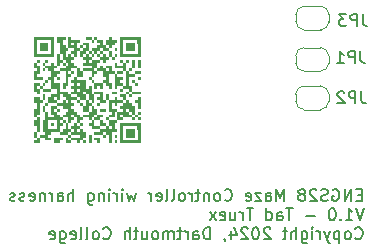
<source format=gbr>
%TF.GenerationSoftware,KiCad,Pcbnew,7.0.2-0*%
%TF.CreationDate,2024-01-05T15:47:56-05:00*%
%TF.ProjectId,WiringHarness,57697269-6e67-4486-9172-6e6573732e6b,rev?*%
%TF.SameCoordinates,Original*%
%TF.FileFunction,Legend,Bot*%
%TF.FilePolarity,Positive*%
%FSLAX46Y46*%
G04 Gerber Fmt 4.6, Leading zero omitted, Abs format (unit mm)*
G04 Created by KiCad (PCBNEW 7.0.2-0) date 2024-01-05 15:47:56*
%MOMM*%
%LPD*%
G01*
G04 APERTURE LIST*
%ADD10C,0.150000*%
%ADD11C,0.120000*%
G04 APERTURE END LIST*
D10*
X164761904Y-92613809D02*
X164428571Y-92613809D01*
X164285714Y-93137619D02*
X164761904Y-93137619D01*
X164761904Y-93137619D02*
X164761904Y-92137619D01*
X164761904Y-92137619D02*
X164285714Y-92137619D01*
X163857142Y-93137619D02*
X163857142Y-92137619D01*
X163857142Y-92137619D02*
X163285714Y-93137619D01*
X163285714Y-93137619D02*
X163285714Y-92137619D01*
X162285714Y-92185238D02*
X162380952Y-92137619D01*
X162380952Y-92137619D02*
X162523809Y-92137619D01*
X162523809Y-92137619D02*
X162666666Y-92185238D01*
X162666666Y-92185238D02*
X162761904Y-92280476D01*
X162761904Y-92280476D02*
X162809523Y-92375714D01*
X162809523Y-92375714D02*
X162857142Y-92566190D01*
X162857142Y-92566190D02*
X162857142Y-92709047D01*
X162857142Y-92709047D02*
X162809523Y-92899523D01*
X162809523Y-92899523D02*
X162761904Y-92994761D01*
X162761904Y-92994761D02*
X162666666Y-93090000D01*
X162666666Y-93090000D02*
X162523809Y-93137619D01*
X162523809Y-93137619D02*
X162428571Y-93137619D01*
X162428571Y-93137619D02*
X162285714Y-93090000D01*
X162285714Y-93090000D02*
X162238095Y-93042380D01*
X162238095Y-93042380D02*
X162238095Y-92709047D01*
X162238095Y-92709047D02*
X162428571Y-92709047D01*
X161857142Y-93090000D02*
X161714285Y-93137619D01*
X161714285Y-93137619D02*
X161476190Y-93137619D01*
X161476190Y-93137619D02*
X161380952Y-93090000D01*
X161380952Y-93090000D02*
X161333333Y-93042380D01*
X161333333Y-93042380D02*
X161285714Y-92947142D01*
X161285714Y-92947142D02*
X161285714Y-92851904D01*
X161285714Y-92851904D02*
X161333333Y-92756666D01*
X161333333Y-92756666D02*
X161380952Y-92709047D01*
X161380952Y-92709047D02*
X161476190Y-92661428D01*
X161476190Y-92661428D02*
X161666666Y-92613809D01*
X161666666Y-92613809D02*
X161761904Y-92566190D01*
X161761904Y-92566190D02*
X161809523Y-92518571D01*
X161809523Y-92518571D02*
X161857142Y-92423333D01*
X161857142Y-92423333D02*
X161857142Y-92328095D01*
X161857142Y-92328095D02*
X161809523Y-92232857D01*
X161809523Y-92232857D02*
X161761904Y-92185238D01*
X161761904Y-92185238D02*
X161666666Y-92137619D01*
X161666666Y-92137619D02*
X161428571Y-92137619D01*
X161428571Y-92137619D02*
X161285714Y-92185238D01*
X160904761Y-92232857D02*
X160857142Y-92185238D01*
X160857142Y-92185238D02*
X160761904Y-92137619D01*
X160761904Y-92137619D02*
X160523809Y-92137619D01*
X160523809Y-92137619D02*
X160428571Y-92185238D01*
X160428571Y-92185238D02*
X160380952Y-92232857D01*
X160380952Y-92232857D02*
X160333333Y-92328095D01*
X160333333Y-92328095D02*
X160333333Y-92423333D01*
X160333333Y-92423333D02*
X160380952Y-92566190D01*
X160380952Y-92566190D02*
X160952380Y-93137619D01*
X160952380Y-93137619D02*
X160333333Y-93137619D01*
X159761904Y-92566190D02*
X159857142Y-92518571D01*
X159857142Y-92518571D02*
X159904761Y-92470952D01*
X159904761Y-92470952D02*
X159952380Y-92375714D01*
X159952380Y-92375714D02*
X159952380Y-92328095D01*
X159952380Y-92328095D02*
X159904761Y-92232857D01*
X159904761Y-92232857D02*
X159857142Y-92185238D01*
X159857142Y-92185238D02*
X159761904Y-92137619D01*
X159761904Y-92137619D02*
X159571428Y-92137619D01*
X159571428Y-92137619D02*
X159476190Y-92185238D01*
X159476190Y-92185238D02*
X159428571Y-92232857D01*
X159428571Y-92232857D02*
X159380952Y-92328095D01*
X159380952Y-92328095D02*
X159380952Y-92375714D01*
X159380952Y-92375714D02*
X159428571Y-92470952D01*
X159428571Y-92470952D02*
X159476190Y-92518571D01*
X159476190Y-92518571D02*
X159571428Y-92566190D01*
X159571428Y-92566190D02*
X159761904Y-92566190D01*
X159761904Y-92566190D02*
X159857142Y-92613809D01*
X159857142Y-92613809D02*
X159904761Y-92661428D01*
X159904761Y-92661428D02*
X159952380Y-92756666D01*
X159952380Y-92756666D02*
X159952380Y-92947142D01*
X159952380Y-92947142D02*
X159904761Y-93042380D01*
X159904761Y-93042380D02*
X159857142Y-93090000D01*
X159857142Y-93090000D02*
X159761904Y-93137619D01*
X159761904Y-93137619D02*
X159571428Y-93137619D01*
X159571428Y-93137619D02*
X159476190Y-93090000D01*
X159476190Y-93090000D02*
X159428571Y-93042380D01*
X159428571Y-93042380D02*
X159380952Y-92947142D01*
X159380952Y-92947142D02*
X159380952Y-92756666D01*
X159380952Y-92756666D02*
X159428571Y-92661428D01*
X159428571Y-92661428D02*
X159476190Y-92613809D01*
X159476190Y-92613809D02*
X159571428Y-92566190D01*
X158190475Y-93137619D02*
X158190475Y-92137619D01*
X158190475Y-92137619D02*
X157857142Y-92851904D01*
X157857142Y-92851904D02*
X157523809Y-92137619D01*
X157523809Y-92137619D02*
X157523809Y-93137619D01*
X156619047Y-93137619D02*
X156619047Y-92613809D01*
X156619047Y-92613809D02*
X156666666Y-92518571D01*
X156666666Y-92518571D02*
X156761904Y-92470952D01*
X156761904Y-92470952D02*
X156952380Y-92470952D01*
X156952380Y-92470952D02*
X157047618Y-92518571D01*
X156619047Y-93090000D02*
X156714285Y-93137619D01*
X156714285Y-93137619D02*
X156952380Y-93137619D01*
X156952380Y-93137619D02*
X157047618Y-93090000D01*
X157047618Y-93090000D02*
X157095237Y-92994761D01*
X157095237Y-92994761D02*
X157095237Y-92899523D01*
X157095237Y-92899523D02*
X157047618Y-92804285D01*
X157047618Y-92804285D02*
X156952380Y-92756666D01*
X156952380Y-92756666D02*
X156714285Y-92756666D01*
X156714285Y-92756666D02*
X156619047Y-92709047D01*
X156238094Y-92470952D02*
X155714285Y-92470952D01*
X155714285Y-92470952D02*
X156238094Y-93137619D01*
X156238094Y-93137619D02*
X155714285Y-93137619D01*
X154952380Y-93090000D02*
X155047618Y-93137619D01*
X155047618Y-93137619D02*
X155238094Y-93137619D01*
X155238094Y-93137619D02*
X155333332Y-93090000D01*
X155333332Y-93090000D02*
X155380951Y-92994761D01*
X155380951Y-92994761D02*
X155380951Y-92613809D01*
X155380951Y-92613809D02*
X155333332Y-92518571D01*
X155333332Y-92518571D02*
X155238094Y-92470952D01*
X155238094Y-92470952D02*
X155047618Y-92470952D01*
X155047618Y-92470952D02*
X154952380Y-92518571D01*
X154952380Y-92518571D02*
X154904761Y-92613809D01*
X154904761Y-92613809D02*
X154904761Y-92709047D01*
X154904761Y-92709047D02*
X155380951Y-92804285D01*
X153142856Y-93042380D02*
X153190475Y-93090000D01*
X153190475Y-93090000D02*
X153333332Y-93137619D01*
X153333332Y-93137619D02*
X153428570Y-93137619D01*
X153428570Y-93137619D02*
X153571427Y-93090000D01*
X153571427Y-93090000D02*
X153666665Y-92994761D01*
X153666665Y-92994761D02*
X153714284Y-92899523D01*
X153714284Y-92899523D02*
X153761903Y-92709047D01*
X153761903Y-92709047D02*
X153761903Y-92566190D01*
X153761903Y-92566190D02*
X153714284Y-92375714D01*
X153714284Y-92375714D02*
X153666665Y-92280476D01*
X153666665Y-92280476D02*
X153571427Y-92185238D01*
X153571427Y-92185238D02*
X153428570Y-92137619D01*
X153428570Y-92137619D02*
X153333332Y-92137619D01*
X153333332Y-92137619D02*
X153190475Y-92185238D01*
X153190475Y-92185238D02*
X153142856Y-92232857D01*
X152571427Y-93137619D02*
X152666665Y-93090000D01*
X152666665Y-93090000D02*
X152714284Y-93042380D01*
X152714284Y-93042380D02*
X152761903Y-92947142D01*
X152761903Y-92947142D02*
X152761903Y-92661428D01*
X152761903Y-92661428D02*
X152714284Y-92566190D01*
X152714284Y-92566190D02*
X152666665Y-92518571D01*
X152666665Y-92518571D02*
X152571427Y-92470952D01*
X152571427Y-92470952D02*
X152428570Y-92470952D01*
X152428570Y-92470952D02*
X152333332Y-92518571D01*
X152333332Y-92518571D02*
X152285713Y-92566190D01*
X152285713Y-92566190D02*
X152238094Y-92661428D01*
X152238094Y-92661428D02*
X152238094Y-92947142D01*
X152238094Y-92947142D02*
X152285713Y-93042380D01*
X152285713Y-93042380D02*
X152333332Y-93090000D01*
X152333332Y-93090000D02*
X152428570Y-93137619D01*
X152428570Y-93137619D02*
X152571427Y-93137619D01*
X151809522Y-92470952D02*
X151809522Y-93137619D01*
X151809522Y-92566190D02*
X151761903Y-92518571D01*
X151761903Y-92518571D02*
X151666665Y-92470952D01*
X151666665Y-92470952D02*
X151523808Y-92470952D01*
X151523808Y-92470952D02*
X151428570Y-92518571D01*
X151428570Y-92518571D02*
X151380951Y-92613809D01*
X151380951Y-92613809D02*
X151380951Y-93137619D01*
X151047617Y-92470952D02*
X150666665Y-92470952D01*
X150904760Y-92137619D02*
X150904760Y-92994761D01*
X150904760Y-92994761D02*
X150857141Y-93090000D01*
X150857141Y-93090000D02*
X150761903Y-93137619D01*
X150761903Y-93137619D02*
X150666665Y-93137619D01*
X150333331Y-93137619D02*
X150333331Y-92470952D01*
X150333331Y-92661428D02*
X150285712Y-92566190D01*
X150285712Y-92566190D02*
X150238093Y-92518571D01*
X150238093Y-92518571D02*
X150142855Y-92470952D01*
X150142855Y-92470952D02*
X150047617Y-92470952D01*
X149571426Y-93137619D02*
X149666664Y-93090000D01*
X149666664Y-93090000D02*
X149714283Y-93042380D01*
X149714283Y-93042380D02*
X149761902Y-92947142D01*
X149761902Y-92947142D02*
X149761902Y-92661428D01*
X149761902Y-92661428D02*
X149714283Y-92566190D01*
X149714283Y-92566190D02*
X149666664Y-92518571D01*
X149666664Y-92518571D02*
X149571426Y-92470952D01*
X149571426Y-92470952D02*
X149428569Y-92470952D01*
X149428569Y-92470952D02*
X149333331Y-92518571D01*
X149333331Y-92518571D02*
X149285712Y-92566190D01*
X149285712Y-92566190D02*
X149238093Y-92661428D01*
X149238093Y-92661428D02*
X149238093Y-92947142D01*
X149238093Y-92947142D02*
X149285712Y-93042380D01*
X149285712Y-93042380D02*
X149333331Y-93090000D01*
X149333331Y-93090000D02*
X149428569Y-93137619D01*
X149428569Y-93137619D02*
X149571426Y-93137619D01*
X148666664Y-93137619D02*
X148761902Y-93090000D01*
X148761902Y-93090000D02*
X148809521Y-92994761D01*
X148809521Y-92994761D02*
X148809521Y-92137619D01*
X148142854Y-93137619D02*
X148238092Y-93090000D01*
X148238092Y-93090000D02*
X148285711Y-92994761D01*
X148285711Y-92994761D02*
X148285711Y-92137619D01*
X147380949Y-93090000D02*
X147476187Y-93137619D01*
X147476187Y-93137619D02*
X147666663Y-93137619D01*
X147666663Y-93137619D02*
X147761901Y-93090000D01*
X147761901Y-93090000D02*
X147809520Y-92994761D01*
X147809520Y-92994761D02*
X147809520Y-92613809D01*
X147809520Y-92613809D02*
X147761901Y-92518571D01*
X147761901Y-92518571D02*
X147666663Y-92470952D01*
X147666663Y-92470952D02*
X147476187Y-92470952D01*
X147476187Y-92470952D02*
X147380949Y-92518571D01*
X147380949Y-92518571D02*
X147333330Y-92613809D01*
X147333330Y-92613809D02*
X147333330Y-92709047D01*
X147333330Y-92709047D02*
X147809520Y-92804285D01*
X146904758Y-93137619D02*
X146904758Y-92470952D01*
X146904758Y-92661428D02*
X146857139Y-92566190D01*
X146857139Y-92566190D02*
X146809520Y-92518571D01*
X146809520Y-92518571D02*
X146714282Y-92470952D01*
X146714282Y-92470952D02*
X146619044Y-92470952D01*
X145619043Y-92470952D02*
X145428567Y-93137619D01*
X145428567Y-93137619D02*
X145238091Y-92661428D01*
X145238091Y-92661428D02*
X145047615Y-93137619D01*
X145047615Y-93137619D02*
X144857139Y-92470952D01*
X144476186Y-93137619D02*
X144476186Y-92470952D01*
X144476186Y-92137619D02*
X144523805Y-92185238D01*
X144523805Y-92185238D02*
X144476186Y-92232857D01*
X144476186Y-92232857D02*
X144428567Y-92185238D01*
X144428567Y-92185238D02*
X144476186Y-92137619D01*
X144476186Y-92137619D02*
X144476186Y-92232857D01*
X143999996Y-93137619D02*
X143999996Y-92470952D01*
X143999996Y-92661428D02*
X143952377Y-92566190D01*
X143952377Y-92566190D02*
X143904758Y-92518571D01*
X143904758Y-92518571D02*
X143809520Y-92470952D01*
X143809520Y-92470952D02*
X143714282Y-92470952D01*
X143380948Y-93137619D02*
X143380948Y-92470952D01*
X143380948Y-92137619D02*
X143428567Y-92185238D01*
X143428567Y-92185238D02*
X143380948Y-92232857D01*
X143380948Y-92232857D02*
X143333329Y-92185238D01*
X143333329Y-92185238D02*
X143380948Y-92137619D01*
X143380948Y-92137619D02*
X143380948Y-92232857D01*
X142904758Y-92470952D02*
X142904758Y-93137619D01*
X142904758Y-92566190D02*
X142857139Y-92518571D01*
X142857139Y-92518571D02*
X142761901Y-92470952D01*
X142761901Y-92470952D02*
X142619044Y-92470952D01*
X142619044Y-92470952D02*
X142523806Y-92518571D01*
X142523806Y-92518571D02*
X142476187Y-92613809D01*
X142476187Y-92613809D02*
X142476187Y-93137619D01*
X141571425Y-92470952D02*
X141571425Y-93280476D01*
X141571425Y-93280476D02*
X141619044Y-93375714D01*
X141619044Y-93375714D02*
X141666663Y-93423333D01*
X141666663Y-93423333D02*
X141761901Y-93470952D01*
X141761901Y-93470952D02*
X141904758Y-93470952D01*
X141904758Y-93470952D02*
X141999996Y-93423333D01*
X141571425Y-93090000D02*
X141666663Y-93137619D01*
X141666663Y-93137619D02*
X141857139Y-93137619D01*
X141857139Y-93137619D02*
X141952377Y-93090000D01*
X141952377Y-93090000D02*
X141999996Y-93042380D01*
X141999996Y-93042380D02*
X142047615Y-92947142D01*
X142047615Y-92947142D02*
X142047615Y-92661428D01*
X142047615Y-92661428D02*
X141999996Y-92566190D01*
X141999996Y-92566190D02*
X141952377Y-92518571D01*
X141952377Y-92518571D02*
X141857139Y-92470952D01*
X141857139Y-92470952D02*
X141666663Y-92470952D01*
X141666663Y-92470952D02*
X141571425Y-92518571D01*
X140333329Y-93137619D02*
X140333329Y-92137619D01*
X139904758Y-93137619D02*
X139904758Y-92613809D01*
X139904758Y-92613809D02*
X139952377Y-92518571D01*
X139952377Y-92518571D02*
X140047615Y-92470952D01*
X140047615Y-92470952D02*
X140190472Y-92470952D01*
X140190472Y-92470952D02*
X140285710Y-92518571D01*
X140285710Y-92518571D02*
X140333329Y-92566190D01*
X138999996Y-93137619D02*
X138999996Y-92613809D01*
X138999996Y-92613809D02*
X139047615Y-92518571D01*
X139047615Y-92518571D02*
X139142853Y-92470952D01*
X139142853Y-92470952D02*
X139333329Y-92470952D01*
X139333329Y-92470952D02*
X139428567Y-92518571D01*
X138999996Y-93090000D02*
X139095234Y-93137619D01*
X139095234Y-93137619D02*
X139333329Y-93137619D01*
X139333329Y-93137619D02*
X139428567Y-93090000D01*
X139428567Y-93090000D02*
X139476186Y-92994761D01*
X139476186Y-92994761D02*
X139476186Y-92899523D01*
X139476186Y-92899523D02*
X139428567Y-92804285D01*
X139428567Y-92804285D02*
X139333329Y-92756666D01*
X139333329Y-92756666D02*
X139095234Y-92756666D01*
X139095234Y-92756666D02*
X138999996Y-92709047D01*
X138523805Y-93137619D02*
X138523805Y-92470952D01*
X138523805Y-92661428D02*
X138476186Y-92566190D01*
X138476186Y-92566190D02*
X138428567Y-92518571D01*
X138428567Y-92518571D02*
X138333329Y-92470952D01*
X138333329Y-92470952D02*
X138238091Y-92470952D01*
X137904757Y-92470952D02*
X137904757Y-93137619D01*
X137904757Y-92566190D02*
X137857138Y-92518571D01*
X137857138Y-92518571D02*
X137761900Y-92470952D01*
X137761900Y-92470952D02*
X137619043Y-92470952D01*
X137619043Y-92470952D02*
X137523805Y-92518571D01*
X137523805Y-92518571D02*
X137476186Y-92613809D01*
X137476186Y-92613809D02*
X137476186Y-93137619D01*
X136619043Y-93090000D02*
X136714281Y-93137619D01*
X136714281Y-93137619D02*
X136904757Y-93137619D01*
X136904757Y-93137619D02*
X136999995Y-93090000D01*
X136999995Y-93090000D02*
X137047614Y-92994761D01*
X137047614Y-92994761D02*
X137047614Y-92613809D01*
X137047614Y-92613809D02*
X136999995Y-92518571D01*
X136999995Y-92518571D02*
X136904757Y-92470952D01*
X136904757Y-92470952D02*
X136714281Y-92470952D01*
X136714281Y-92470952D02*
X136619043Y-92518571D01*
X136619043Y-92518571D02*
X136571424Y-92613809D01*
X136571424Y-92613809D02*
X136571424Y-92709047D01*
X136571424Y-92709047D02*
X137047614Y-92804285D01*
X136190471Y-93090000D02*
X136095233Y-93137619D01*
X136095233Y-93137619D02*
X135904757Y-93137619D01*
X135904757Y-93137619D02*
X135809519Y-93090000D01*
X135809519Y-93090000D02*
X135761900Y-92994761D01*
X135761900Y-92994761D02*
X135761900Y-92947142D01*
X135761900Y-92947142D02*
X135809519Y-92851904D01*
X135809519Y-92851904D02*
X135904757Y-92804285D01*
X135904757Y-92804285D02*
X136047614Y-92804285D01*
X136047614Y-92804285D02*
X136142852Y-92756666D01*
X136142852Y-92756666D02*
X136190471Y-92661428D01*
X136190471Y-92661428D02*
X136190471Y-92613809D01*
X136190471Y-92613809D02*
X136142852Y-92518571D01*
X136142852Y-92518571D02*
X136047614Y-92470952D01*
X136047614Y-92470952D02*
X135904757Y-92470952D01*
X135904757Y-92470952D02*
X135809519Y-92518571D01*
X135380947Y-93090000D02*
X135285709Y-93137619D01*
X135285709Y-93137619D02*
X135095233Y-93137619D01*
X135095233Y-93137619D02*
X134999995Y-93090000D01*
X134999995Y-93090000D02*
X134952376Y-92994761D01*
X134952376Y-92994761D02*
X134952376Y-92947142D01*
X134952376Y-92947142D02*
X134999995Y-92851904D01*
X134999995Y-92851904D02*
X135095233Y-92804285D01*
X135095233Y-92804285D02*
X135238090Y-92804285D01*
X135238090Y-92804285D02*
X135333328Y-92756666D01*
X135333328Y-92756666D02*
X135380947Y-92661428D01*
X135380947Y-92661428D02*
X135380947Y-92613809D01*
X135380947Y-92613809D02*
X135333328Y-92518571D01*
X135333328Y-92518571D02*
X135238090Y-92470952D01*
X135238090Y-92470952D02*
X135095233Y-92470952D01*
X135095233Y-92470952D02*
X134999995Y-92518571D01*
X164904761Y-93757619D02*
X164571428Y-94757619D01*
X164571428Y-94757619D02*
X164238095Y-93757619D01*
X163380952Y-94757619D02*
X163952380Y-94757619D01*
X163666666Y-94757619D02*
X163666666Y-93757619D01*
X163666666Y-93757619D02*
X163761904Y-93900476D01*
X163761904Y-93900476D02*
X163857142Y-93995714D01*
X163857142Y-93995714D02*
X163952380Y-94043333D01*
X162952380Y-94662380D02*
X162904761Y-94710000D01*
X162904761Y-94710000D02*
X162952380Y-94757619D01*
X162952380Y-94757619D02*
X162999999Y-94710000D01*
X162999999Y-94710000D02*
X162952380Y-94662380D01*
X162952380Y-94662380D02*
X162952380Y-94757619D01*
X162285714Y-93757619D02*
X162190476Y-93757619D01*
X162190476Y-93757619D02*
X162095238Y-93805238D01*
X162095238Y-93805238D02*
X162047619Y-93852857D01*
X162047619Y-93852857D02*
X162000000Y-93948095D01*
X162000000Y-93948095D02*
X161952381Y-94138571D01*
X161952381Y-94138571D02*
X161952381Y-94376666D01*
X161952381Y-94376666D02*
X162000000Y-94567142D01*
X162000000Y-94567142D02*
X162047619Y-94662380D01*
X162047619Y-94662380D02*
X162095238Y-94710000D01*
X162095238Y-94710000D02*
X162190476Y-94757619D01*
X162190476Y-94757619D02*
X162285714Y-94757619D01*
X162285714Y-94757619D02*
X162380952Y-94710000D01*
X162380952Y-94710000D02*
X162428571Y-94662380D01*
X162428571Y-94662380D02*
X162476190Y-94567142D01*
X162476190Y-94567142D02*
X162523809Y-94376666D01*
X162523809Y-94376666D02*
X162523809Y-94138571D01*
X162523809Y-94138571D02*
X162476190Y-93948095D01*
X162476190Y-93948095D02*
X162428571Y-93852857D01*
X162428571Y-93852857D02*
X162380952Y-93805238D01*
X162380952Y-93805238D02*
X162285714Y-93757619D01*
X160761904Y-94376666D02*
X160000000Y-94376666D01*
X158904761Y-93757619D02*
X158333333Y-93757619D01*
X158619047Y-94757619D02*
X158619047Y-93757619D01*
X157571428Y-94757619D02*
X157571428Y-94233809D01*
X157571428Y-94233809D02*
X157619047Y-94138571D01*
X157619047Y-94138571D02*
X157714285Y-94090952D01*
X157714285Y-94090952D02*
X157904761Y-94090952D01*
X157904761Y-94090952D02*
X157999999Y-94138571D01*
X157571428Y-94710000D02*
X157666666Y-94757619D01*
X157666666Y-94757619D02*
X157904761Y-94757619D01*
X157904761Y-94757619D02*
X157999999Y-94710000D01*
X157999999Y-94710000D02*
X158047618Y-94614761D01*
X158047618Y-94614761D02*
X158047618Y-94519523D01*
X158047618Y-94519523D02*
X157999999Y-94424285D01*
X157999999Y-94424285D02*
X157904761Y-94376666D01*
X157904761Y-94376666D02*
X157666666Y-94376666D01*
X157666666Y-94376666D02*
X157571428Y-94329047D01*
X156666666Y-94757619D02*
X156666666Y-93757619D01*
X156666666Y-94710000D02*
X156761904Y-94757619D01*
X156761904Y-94757619D02*
X156952380Y-94757619D01*
X156952380Y-94757619D02*
X157047618Y-94710000D01*
X157047618Y-94710000D02*
X157095237Y-94662380D01*
X157095237Y-94662380D02*
X157142856Y-94567142D01*
X157142856Y-94567142D02*
X157142856Y-94281428D01*
X157142856Y-94281428D02*
X157095237Y-94186190D01*
X157095237Y-94186190D02*
X157047618Y-94138571D01*
X157047618Y-94138571D02*
X156952380Y-94090952D01*
X156952380Y-94090952D02*
X156761904Y-94090952D01*
X156761904Y-94090952D02*
X156666666Y-94138571D01*
X155571427Y-93757619D02*
X154999999Y-93757619D01*
X155285713Y-94757619D02*
X155285713Y-93757619D01*
X154666665Y-94757619D02*
X154666665Y-94090952D01*
X154666665Y-94281428D02*
X154619046Y-94186190D01*
X154619046Y-94186190D02*
X154571427Y-94138571D01*
X154571427Y-94138571D02*
X154476189Y-94090952D01*
X154476189Y-94090952D02*
X154380951Y-94090952D01*
X153619046Y-94090952D02*
X153619046Y-94757619D01*
X154047617Y-94090952D02*
X154047617Y-94614761D01*
X154047617Y-94614761D02*
X153999998Y-94710000D01*
X153999998Y-94710000D02*
X153904760Y-94757619D01*
X153904760Y-94757619D02*
X153761903Y-94757619D01*
X153761903Y-94757619D02*
X153666665Y-94710000D01*
X153666665Y-94710000D02*
X153619046Y-94662380D01*
X152761903Y-94710000D02*
X152857141Y-94757619D01*
X152857141Y-94757619D02*
X153047617Y-94757619D01*
X153047617Y-94757619D02*
X153142855Y-94710000D01*
X153142855Y-94710000D02*
X153190474Y-94614761D01*
X153190474Y-94614761D02*
X153190474Y-94233809D01*
X153190474Y-94233809D02*
X153142855Y-94138571D01*
X153142855Y-94138571D02*
X153047617Y-94090952D01*
X153047617Y-94090952D02*
X152857141Y-94090952D01*
X152857141Y-94090952D02*
X152761903Y-94138571D01*
X152761903Y-94138571D02*
X152714284Y-94233809D01*
X152714284Y-94233809D02*
X152714284Y-94329047D01*
X152714284Y-94329047D02*
X153190474Y-94424285D01*
X152380950Y-94757619D02*
X151857141Y-94090952D01*
X152380950Y-94090952D02*
X151857141Y-94757619D01*
X164190476Y-96282380D02*
X164238095Y-96330000D01*
X164238095Y-96330000D02*
X164380952Y-96377619D01*
X164380952Y-96377619D02*
X164476190Y-96377619D01*
X164476190Y-96377619D02*
X164619047Y-96330000D01*
X164619047Y-96330000D02*
X164714285Y-96234761D01*
X164714285Y-96234761D02*
X164761904Y-96139523D01*
X164761904Y-96139523D02*
X164809523Y-95949047D01*
X164809523Y-95949047D02*
X164809523Y-95806190D01*
X164809523Y-95806190D02*
X164761904Y-95615714D01*
X164761904Y-95615714D02*
X164714285Y-95520476D01*
X164714285Y-95520476D02*
X164619047Y-95425238D01*
X164619047Y-95425238D02*
X164476190Y-95377619D01*
X164476190Y-95377619D02*
X164380952Y-95377619D01*
X164380952Y-95377619D02*
X164238095Y-95425238D01*
X164238095Y-95425238D02*
X164190476Y-95472857D01*
X163619047Y-96377619D02*
X163714285Y-96330000D01*
X163714285Y-96330000D02*
X163761904Y-96282380D01*
X163761904Y-96282380D02*
X163809523Y-96187142D01*
X163809523Y-96187142D02*
X163809523Y-95901428D01*
X163809523Y-95901428D02*
X163761904Y-95806190D01*
X163761904Y-95806190D02*
X163714285Y-95758571D01*
X163714285Y-95758571D02*
X163619047Y-95710952D01*
X163619047Y-95710952D02*
X163476190Y-95710952D01*
X163476190Y-95710952D02*
X163380952Y-95758571D01*
X163380952Y-95758571D02*
X163333333Y-95806190D01*
X163333333Y-95806190D02*
X163285714Y-95901428D01*
X163285714Y-95901428D02*
X163285714Y-96187142D01*
X163285714Y-96187142D02*
X163333333Y-96282380D01*
X163333333Y-96282380D02*
X163380952Y-96330000D01*
X163380952Y-96330000D02*
X163476190Y-96377619D01*
X163476190Y-96377619D02*
X163619047Y-96377619D01*
X162857142Y-95710952D02*
X162857142Y-96710952D01*
X162857142Y-95758571D02*
X162761904Y-95710952D01*
X162761904Y-95710952D02*
X162571428Y-95710952D01*
X162571428Y-95710952D02*
X162476190Y-95758571D01*
X162476190Y-95758571D02*
X162428571Y-95806190D01*
X162428571Y-95806190D02*
X162380952Y-95901428D01*
X162380952Y-95901428D02*
X162380952Y-96187142D01*
X162380952Y-96187142D02*
X162428571Y-96282380D01*
X162428571Y-96282380D02*
X162476190Y-96330000D01*
X162476190Y-96330000D02*
X162571428Y-96377619D01*
X162571428Y-96377619D02*
X162761904Y-96377619D01*
X162761904Y-96377619D02*
X162857142Y-96330000D01*
X162047618Y-95710952D02*
X161809523Y-96377619D01*
X161571428Y-95710952D02*
X161809523Y-96377619D01*
X161809523Y-96377619D02*
X161904761Y-96615714D01*
X161904761Y-96615714D02*
X161952380Y-96663333D01*
X161952380Y-96663333D02*
X162047618Y-96710952D01*
X161190475Y-96377619D02*
X161190475Y-95710952D01*
X161190475Y-95901428D02*
X161142856Y-95806190D01*
X161142856Y-95806190D02*
X161095237Y-95758571D01*
X161095237Y-95758571D02*
X160999999Y-95710952D01*
X160999999Y-95710952D02*
X160904761Y-95710952D01*
X160571427Y-96377619D02*
X160571427Y-95710952D01*
X160571427Y-95377619D02*
X160619046Y-95425238D01*
X160619046Y-95425238D02*
X160571427Y-95472857D01*
X160571427Y-95472857D02*
X160523808Y-95425238D01*
X160523808Y-95425238D02*
X160571427Y-95377619D01*
X160571427Y-95377619D02*
X160571427Y-95472857D01*
X159666666Y-95710952D02*
X159666666Y-96520476D01*
X159666666Y-96520476D02*
X159714285Y-96615714D01*
X159714285Y-96615714D02*
X159761904Y-96663333D01*
X159761904Y-96663333D02*
X159857142Y-96710952D01*
X159857142Y-96710952D02*
X159999999Y-96710952D01*
X159999999Y-96710952D02*
X160095237Y-96663333D01*
X159666666Y-96330000D02*
X159761904Y-96377619D01*
X159761904Y-96377619D02*
X159952380Y-96377619D01*
X159952380Y-96377619D02*
X160047618Y-96330000D01*
X160047618Y-96330000D02*
X160095237Y-96282380D01*
X160095237Y-96282380D02*
X160142856Y-96187142D01*
X160142856Y-96187142D02*
X160142856Y-95901428D01*
X160142856Y-95901428D02*
X160095237Y-95806190D01*
X160095237Y-95806190D02*
X160047618Y-95758571D01*
X160047618Y-95758571D02*
X159952380Y-95710952D01*
X159952380Y-95710952D02*
X159761904Y-95710952D01*
X159761904Y-95710952D02*
X159666666Y-95758571D01*
X159190475Y-96377619D02*
X159190475Y-95377619D01*
X158761904Y-96377619D02*
X158761904Y-95853809D01*
X158761904Y-95853809D02*
X158809523Y-95758571D01*
X158809523Y-95758571D02*
X158904761Y-95710952D01*
X158904761Y-95710952D02*
X159047618Y-95710952D01*
X159047618Y-95710952D02*
X159142856Y-95758571D01*
X159142856Y-95758571D02*
X159190475Y-95806190D01*
X158428570Y-95710952D02*
X158047618Y-95710952D01*
X158285713Y-95377619D02*
X158285713Y-96234761D01*
X158285713Y-96234761D02*
X158238094Y-96330000D01*
X158238094Y-96330000D02*
X158142856Y-96377619D01*
X158142856Y-96377619D02*
X158047618Y-96377619D01*
X156999998Y-95472857D02*
X156952379Y-95425238D01*
X156952379Y-95425238D02*
X156857141Y-95377619D01*
X156857141Y-95377619D02*
X156619046Y-95377619D01*
X156619046Y-95377619D02*
X156523808Y-95425238D01*
X156523808Y-95425238D02*
X156476189Y-95472857D01*
X156476189Y-95472857D02*
X156428570Y-95568095D01*
X156428570Y-95568095D02*
X156428570Y-95663333D01*
X156428570Y-95663333D02*
X156476189Y-95806190D01*
X156476189Y-95806190D02*
X157047617Y-96377619D01*
X157047617Y-96377619D02*
X156428570Y-96377619D01*
X155809522Y-95377619D02*
X155714284Y-95377619D01*
X155714284Y-95377619D02*
X155619046Y-95425238D01*
X155619046Y-95425238D02*
X155571427Y-95472857D01*
X155571427Y-95472857D02*
X155523808Y-95568095D01*
X155523808Y-95568095D02*
X155476189Y-95758571D01*
X155476189Y-95758571D02*
X155476189Y-95996666D01*
X155476189Y-95996666D02*
X155523808Y-96187142D01*
X155523808Y-96187142D02*
X155571427Y-96282380D01*
X155571427Y-96282380D02*
X155619046Y-96330000D01*
X155619046Y-96330000D02*
X155714284Y-96377619D01*
X155714284Y-96377619D02*
X155809522Y-96377619D01*
X155809522Y-96377619D02*
X155904760Y-96330000D01*
X155904760Y-96330000D02*
X155952379Y-96282380D01*
X155952379Y-96282380D02*
X155999998Y-96187142D01*
X155999998Y-96187142D02*
X156047617Y-95996666D01*
X156047617Y-95996666D02*
X156047617Y-95758571D01*
X156047617Y-95758571D02*
X155999998Y-95568095D01*
X155999998Y-95568095D02*
X155952379Y-95472857D01*
X155952379Y-95472857D02*
X155904760Y-95425238D01*
X155904760Y-95425238D02*
X155809522Y-95377619D01*
X155095236Y-95472857D02*
X155047617Y-95425238D01*
X155047617Y-95425238D02*
X154952379Y-95377619D01*
X154952379Y-95377619D02*
X154714284Y-95377619D01*
X154714284Y-95377619D02*
X154619046Y-95425238D01*
X154619046Y-95425238D02*
X154571427Y-95472857D01*
X154571427Y-95472857D02*
X154523808Y-95568095D01*
X154523808Y-95568095D02*
X154523808Y-95663333D01*
X154523808Y-95663333D02*
X154571427Y-95806190D01*
X154571427Y-95806190D02*
X155142855Y-96377619D01*
X155142855Y-96377619D02*
X154523808Y-96377619D01*
X153666665Y-95710952D02*
X153666665Y-96377619D01*
X153904760Y-95330000D02*
X154142855Y-96044285D01*
X154142855Y-96044285D02*
X153523808Y-96044285D01*
X153095236Y-96330000D02*
X153095236Y-96377619D01*
X153095236Y-96377619D02*
X153142855Y-96472857D01*
X153142855Y-96472857D02*
X153190474Y-96520476D01*
X151904760Y-96377619D02*
X151904760Y-95377619D01*
X151904760Y-95377619D02*
X151666665Y-95377619D01*
X151666665Y-95377619D02*
X151523808Y-95425238D01*
X151523808Y-95425238D02*
X151428570Y-95520476D01*
X151428570Y-95520476D02*
X151380951Y-95615714D01*
X151380951Y-95615714D02*
X151333332Y-95806190D01*
X151333332Y-95806190D02*
X151333332Y-95949047D01*
X151333332Y-95949047D02*
X151380951Y-96139523D01*
X151380951Y-96139523D02*
X151428570Y-96234761D01*
X151428570Y-96234761D02*
X151523808Y-96330000D01*
X151523808Y-96330000D02*
X151666665Y-96377619D01*
X151666665Y-96377619D02*
X151904760Y-96377619D01*
X150476189Y-96377619D02*
X150476189Y-95853809D01*
X150476189Y-95853809D02*
X150523808Y-95758571D01*
X150523808Y-95758571D02*
X150619046Y-95710952D01*
X150619046Y-95710952D02*
X150809522Y-95710952D01*
X150809522Y-95710952D02*
X150904760Y-95758571D01*
X150476189Y-96330000D02*
X150571427Y-96377619D01*
X150571427Y-96377619D02*
X150809522Y-96377619D01*
X150809522Y-96377619D02*
X150904760Y-96330000D01*
X150904760Y-96330000D02*
X150952379Y-96234761D01*
X150952379Y-96234761D02*
X150952379Y-96139523D01*
X150952379Y-96139523D02*
X150904760Y-96044285D01*
X150904760Y-96044285D02*
X150809522Y-95996666D01*
X150809522Y-95996666D02*
X150571427Y-95996666D01*
X150571427Y-95996666D02*
X150476189Y-95949047D01*
X149999998Y-96377619D02*
X149999998Y-95710952D01*
X149999998Y-95901428D02*
X149952379Y-95806190D01*
X149952379Y-95806190D02*
X149904760Y-95758571D01*
X149904760Y-95758571D02*
X149809522Y-95710952D01*
X149809522Y-95710952D02*
X149714284Y-95710952D01*
X149523807Y-95710952D02*
X149142855Y-95710952D01*
X149380950Y-95377619D02*
X149380950Y-96234761D01*
X149380950Y-96234761D02*
X149333331Y-96330000D01*
X149333331Y-96330000D02*
X149238093Y-96377619D01*
X149238093Y-96377619D02*
X149142855Y-96377619D01*
X148809521Y-96377619D02*
X148809521Y-95710952D01*
X148809521Y-95806190D02*
X148761902Y-95758571D01*
X148761902Y-95758571D02*
X148666664Y-95710952D01*
X148666664Y-95710952D02*
X148523807Y-95710952D01*
X148523807Y-95710952D02*
X148428569Y-95758571D01*
X148428569Y-95758571D02*
X148380950Y-95853809D01*
X148380950Y-95853809D02*
X148380950Y-96377619D01*
X148380950Y-95853809D02*
X148333331Y-95758571D01*
X148333331Y-95758571D02*
X148238093Y-95710952D01*
X148238093Y-95710952D02*
X148095236Y-95710952D01*
X148095236Y-95710952D02*
X147999997Y-95758571D01*
X147999997Y-95758571D02*
X147952378Y-95853809D01*
X147952378Y-95853809D02*
X147952378Y-96377619D01*
X147333331Y-96377619D02*
X147428569Y-96330000D01*
X147428569Y-96330000D02*
X147476188Y-96282380D01*
X147476188Y-96282380D02*
X147523807Y-96187142D01*
X147523807Y-96187142D02*
X147523807Y-95901428D01*
X147523807Y-95901428D02*
X147476188Y-95806190D01*
X147476188Y-95806190D02*
X147428569Y-95758571D01*
X147428569Y-95758571D02*
X147333331Y-95710952D01*
X147333331Y-95710952D02*
X147190474Y-95710952D01*
X147190474Y-95710952D02*
X147095236Y-95758571D01*
X147095236Y-95758571D02*
X147047617Y-95806190D01*
X147047617Y-95806190D02*
X146999998Y-95901428D01*
X146999998Y-95901428D02*
X146999998Y-96187142D01*
X146999998Y-96187142D02*
X147047617Y-96282380D01*
X147047617Y-96282380D02*
X147095236Y-96330000D01*
X147095236Y-96330000D02*
X147190474Y-96377619D01*
X147190474Y-96377619D02*
X147333331Y-96377619D01*
X146142855Y-95710952D02*
X146142855Y-96377619D01*
X146571426Y-95710952D02*
X146571426Y-96234761D01*
X146571426Y-96234761D02*
X146523807Y-96330000D01*
X146523807Y-96330000D02*
X146428569Y-96377619D01*
X146428569Y-96377619D02*
X146285712Y-96377619D01*
X146285712Y-96377619D02*
X146190474Y-96330000D01*
X146190474Y-96330000D02*
X146142855Y-96282380D01*
X145809521Y-95710952D02*
X145428569Y-95710952D01*
X145666664Y-95377619D02*
X145666664Y-96234761D01*
X145666664Y-96234761D02*
X145619045Y-96330000D01*
X145619045Y-96330000D02*
X145523807Y-96377619D01*
X145523807Y-96377619D02*
X145428569Y-96377619D01*
X145095235Y-96377619D02*
X145095235Y-95377619D01*
X144666664Y-96377619D02*
X144666664Y-95853809D01*
X144666664Y-95853809D02*
X144714283Y-95758571D01*
X144714283Y-95758571D02*
X144809521Y-95710952D01*
X144809521Y-95710952D02*
X144952378Y-95710952D01*
X144952378Y-95710952D02*
X145047616Y-95758571D01*
X145047616Y-95758571D02*
X145095235Y-95806190D01*
X142857140Y-96282380D02*
X142904759Y-96330000D01*
X142904759Y-96330000D02*
X143047616Y-96377619D01*
X143047616Y-96377619D02*
X143142854Y-96377619D01*
X143142854Y-96377619D02*
X143285711Y-96330000D01*
X143285711Y-96330000D02*
X143380949Y-96234761D01*
X143380949Y-96234761D02*
X143428568Y-96139523D01*
X143428568Y-96139523D02*
X143476187Y-95949047D01*
X143476187Y-95949047D02*
X143476187Y-95806190D01*
X143476187Y-95806190D02*
X143428568Y-95615714D01*
X143428568Y-95615714D02*
X143380949Y-95520476D01*
X143380949Y-95520476D02*
X143285711Y-95425238D01*
X143285711Y-95425238D02*
X143142854Y-95377619D01*
X143142854Y-95377619D02*
X143047616Y-95377619D01*
X143047616Y-95377619D02*
X142904759Y-95425238D01*
X142904759Y-95425238D02*
X142857140Y-95472857D01*
X142285711Y-96377619D02*
X142380949Y-96330000D01*
X142380949Y-96330000D02*
X142428568Y-96282380D01*
X142428568Y-96282380D02*
X142476187Y-96187142D01*
X142476187Y-96187142D02*
X142476187Y-95901428D01*
X142476187Y-95901428D02*
X142428568Y-95806190D01*
X142428568Y-95806190D02*
X142380949Y-95758571D01*
X142380949Y-95758571D02*
X142285711Y-95710952D01*
X142285711Y-95710952D02*
X142142854Y-95710952D01*
X142142854Y-95710952D02*
X142047616Y-95758571D01*
X142047616Y-95758571D02*
X141999997Y-95806190D01*
X141999997Y-95806190D02*
X141952378Y-95901428D01*
X141952378Y-95901428D02*
X141952378Y-96187142D01*
X141952378Y-96187142D02*
X141999997Y-96282380D01*
X141999997Y-96282380D02*
X142047616Y-96330000D01*
X142047616Y-96330000D02*
X142142854Y-96377619D01*
X142142854Y-96377619D02*
X142285711Y-96377619D01*
X141380949Y-96377619D02*
X141476187Y-96330000D01*
X141476187Y-96330000D02*
X141523806Y-96234761D01*
X141523806Y-96234761D02*
X141523806Y-95377619D01*
X140857139Y-96377619D02*
X140952377Y-96330000D01*
X140952377Y-96330000D02*
X140999996Y-96234761D01*
X140999996Y-96234761D02*
X140999996Y-95377619D01*
X140095234Y-96330000D02*
X140190472Y-96377619D01*
X140190472Y-96377619D02*
X140380948Y-96377619D01*
X140380948Y-96377619D02*
X140476186Y-96330000D01*
X140476186Y-96330000D02*
X140523805Y-96234761D01*
X140523805Y-96234761D02*
X140523805Y-95853809D01*
X140523805Y-95853809D02*
X140476186Y-95758571D01*
X140476186Y-95758571D02*
X140380948Y-95710952D01*
X140380948Y-95710952D02*
X140190472Y-95710952D01*
X140190472Y-95710952D02*
X140095234Y-95758571D01*
X140095234Y-95758571D02*
X140047615Y-95853809D01*
X140047615Y-95853809D02*
X140047615Y-95949047D01*
X140047615Y-95949047D02*
X140523805Y-96044285D01*
X139190472Y-95710952D02*
X139190472Y-96520476D01*
X139190472Y-96520476D02*
X139238091Y-96615714D01*
X139238091Y-96615714D02*
X139285710Y-96663333D01*
X139285710Y-96663333D02*
X139380948Y-96710952D01*
X139380948Y-96710952D02*
X139523805Y-96710952D01*
X139523805Y-96710952D02*
X139619043Y-96663333D01*
X139190472Y-96330000D02*
X139285710Y-96377619D01*
X139285710Y-96377619D02*
X139476186Y-96377619D01*
X139476186Y-96377619D02*
X139571424Y-96330000D01*
X139571424Y-96330000D02*
X139619043Y-96282380D01*
X139619043Y-96282380D02*
X139666662Y-96187142D01*
X139666662Y-96187142D02*
X139666662Y-95901428D01*
X139666662Y-95901428D02*
X139619043Y-95806190D01*
X139619043Y-95806190D02*
X139571424Y-95758571D01*
X139571424Y-95758571D02*
X139476186Y-95710952D01*
X139476186Y-95710952D02*
X139285710Y-95710952D01*
X139285710Y-95710952D02*
X139190472Y-95758571D01*
X138333329Y-96330000D02*
X138428567Y-96377619D01*
X138428567Y-96377619D02*
X138619043Y-96377619D01*
X138619043Y-96377619D02*
X138714281Y-96330000D01*
X138714281Y-96330000D02*
X138761900Y-96234761D01*
X138761900Y-96234761D02*
X138761900Y-95853809D01*
X138761900Y-95853809D02*
X138714281Y-95758571D01*
X138714281Y-95758571D02*
X138619043Y-95710952D01*
X138619043Y-95710952D02*
X138428567Y-95710952D01*
X138428567Y-95710952D02*
X138333329Y-95758571D01*
X138333329Y-95758571D02*
X138285710Y-95853809D01*
X138285710Y-95853809D02*
X138285710Y-95949047D01*
X138285710Y-95949047D02*
X138761900Y-96044285D01*
%TO.C,JP3*%
X164833333Y-77312619D02*
X164833333Y-78026904D01*
X164833333Y-78026904D02*
X164880952Y-78169761D01*
X164880952Y-78169761D02*
X164976190Y-78265000D01*
X164976190Y-78265000D02*
X165119047Y-78312619D01*
X165119047Y-78312619D02*
X165214285Y-78312619D01*
X164357142Y-78312619D02*
X164357142Y-77312619D01*
X164357142Y-77312619D02*
X163976190Y-77312619D01*
X163976190Y-77312619D02*
X163880952Y-77360238D01*
X163880952Y-77360238D02*
X163833333Y-77407857D01*
X163833333Y-77407857D02*
X163785714Y-77503095D01*
X163785714Y-77503095D02*
X163785714Y-77645952D01*
X163785714Y-77645952D02*
X163833333Y-77741190D01*
X163833333Y-77741190D02*
X163880952Y-77788809D01*
X163880952Y-77788809D02*
X163976190Y-77836428D01*
X163976190Y-77836428D02*
X164357142Y-77836428D01*
X163452380Y-77312619D02*
X162833333Y-77312619D01*
X162833333Y-77312619D02*
X163166666Y-77693571D01*
X163166666Y-77693571D02*
X163023809Y-77693571D01*
X163023809Y-77693571D02*
X162928571Y-77741190D01*
X162928571Y-77741190D02*
X162880952Y-77788809D01*
X162880952Y-77788809D02*
X162833333Y-77884047D01*
X162833333Y-77884047D02*
X162833333Y-78122142D01*
X162833333Y-78122142D02*
X162880952Y-78217380D01*
X162880952Y-78217380D02*
X162928571Y-78265000D01*
X162928571Y-78265000D02*
X163023809Y-78312619D01*
X163023809Y-78312619D02*
X163309523Y-78312619D01*
X163309523Y-78312619D02*
X163404761Y-78265000D01*
X163404761Y-78265000D02*
X163452380Y-78217380D01*
%TO.C,JP1*%
X164633333Y-80462619D02*
X164633333Y-81176904D01*
X164633333Y-81176904D02*
X164680952Y-81319761D01*
X164680952Y-81319761D02*
X164776190Y-81415000D01*
X164776190Y-81415000D02*
X164919047Y-81462619D01*
X164919047Y-81462619D02*
X165014285Y-81462619D01*
X164157142Y-81462619D02*
X164157142Y-80462619D01*
X164157142Y-80462619D02*
X163776190Y-80462619D01*
X163776190Y-80462619D02*
X163680952Y-80510238D01*
X163680952Y-80510238D02*
X163633333Y-80557857D01*
X163633333Y-80557857D02*
X163585714Y-80653095D01*
X163585714Y-80653095D02*
X163585714Y-80795952D01*
X163585714Y-80795952D02*
X163633333Y-80891190D01*
X163633333Y-80891190D02*
X163680952Y-80938809D01*
X163680952Y-80938809D02*
X163776190Y-80986428D01*
X163776190Y-80986428D02*
X164157142Y-80986428D01*
X162633333Y-81462619D02*
X163204761Y-81462619D01*
X162919047Y-81462619D02*
X162919047Y-80462619D01*
X162919047Y-80462619D02*
X163014285Y-80605476D01*
X163014285Y-80605476D02*
X163109523Y-80700714D01*
X163109523Y-80700714D02*
X163204761Y-80748333D01*
%TO.C,JP2*%
X164683333Y-83862619D02*
X164683333Y-84576904D01*
X164683333Y-84576904D02*
X164730952Y-84719761D01*
X164730952Y-84719761D02*
X164826190Y-84815000D01*
X164826190Y-84815000D02*
X164969047Y-84862619D01*
X164969047Y-84862619D02*
X165064285Y-84862619D01*
X164207142Y-84862619D02*
X164207142Y-83862619D01*
X164207142Y-83862619D02*
X163826190Y-83862619D01*
X163826190Y-83862619D02*
X163730952Y-83910238D01*
X163730952Y-83910238D02*
X163683333Y-83957857D01*
X163683333Y-83957857D02*
X163635714Y-84053095D01*
X163635714Y-84053095D02*
X163635714Y-84195952D01*
X163635714Y-84195952D02*
X163683333Y-84291190D01*
X163683333Y-84291190D02*
X163730952Y-84338809D01*
X163730952Y-84338809D02*
X163826190Y-84386428D01*
X163826190Y-84386428D02*
X164207142Y-84386428D01*
X163254761Y-83957857D02*
X163207142Y-83910238D01*
X163207142Y-83910238D02*
X163111904Y-83862619D01*
X163111904Y-83862619D02*
X162873809Y-83862619D01*
X162873809Y-83862619D02*
X162778571Y-83910238D01*
X162778571Y-83910238D02*
X162730952Y-83957857D01*
X162730952Y-83957857D02*
X162683333Y-84053095D01*
X162683333Y-84053095D02*
X162683333Y-84148333D01*
X162683333Y-84148333D02*
X162730952Y-84291190D01*
X162730952Y-84291190D02*
X163302380Y-84862619D01*
X163302380Y-84862619D02*
X162683333Y-84862619D01*
%TO.C,G\u002A\u002A\u002A*%
G36*
X146013620Y-82774082D02*
G01*
X146013620Y-82896072D01*
X145891630Y-82896072D01*
X145769640Y-82896072D01*
X145769640Y-82774082D01*
X145769640Y-82652092D01*
X145891630Y-82652092D01*
X146013620Y-82652092D01*
X146013620Y-82774082D01*
G37*
G36*
X146013620Y-81554185D02*
G01*
X146013620Y-81920154D01*
X145891630Y-81920154D01*
X145769640Y-81920154D01*
X145769640Y-81554185D01*
X145769640Y-81188216D01*
X145891630Y-81188216D01*
X146013620Y-81188216D01*
X146013620Y-81554185D01*
G37*
G36*
X145525661Y-81554185D02*
G01*
X145525661Y-81920154D01*
X145403671Y-81920154D01*
X145281681Y-81920154D01*
X145281681Y-81554185D01*
X145281681Y-81188216D01*
X145403671Y-81188216D01*
X145525661Y-81188216D01*
X145525661Y-81554185D01*
G37*
G36*
X145525661Y-87409691D02*
G01*
X145525661Y-87775660D01*
X145159692Y-87775660D01*
X144793723Y-87775660D01*
X144793723Y-87409691D01*
X144793723Y-87043722D01*
X145159692Y-87043722D01*
X145525661Y-87043722D01*
X145525661Y-87409691D01*
G37*
G36*
X145525661Y-80090308D02*
G01*
X145525661Y-80456277D01*
X145159692Y-80456277D01*
X144793723Y-80456277D01*
X144793723Y-80090308D01*
X144793723Y-79724339D01*
X145159692Y-79724339D01*
X145525661Y-79724339D01*
X145525661Y-80090308D01*
G37*
G36*
X144549743Y-83750000D02*
G01*
X144549743Y-83871989D01*
X144427753Y-83871989D01*
X144305764Y-83871989D01*
X144305764Y-83750000D01*
X144305764Y-83628010D01*
X144427753Y-83628010D01*
X144549743Y-83628010D01*
X144549743Y-83750000D01*
G37*
G36*
X144061784Y-88141629D02*
G01*
X144061784Y-88263619D01*
X143939795Y-88263619D01*
X143817805Y-88263619D01*
X143817805Y-88141629D01*
X143817805Y-88019639D01*
X143939795Y-88019639D01*
X144061784Y-88019639D01*
X144061784Y-88141629D01*
G37*
G36*
X144061784Y-87653670D02*
G01*
X144061784Y-87775660D01*
X143939795Y-87775660D01*
X143817805Y-87775660D01*
X143817805Y-87653670D01*
X143817805Y-87531681D01*
X143939795Y-87531681D01*
X144061784Y-87531681D01*
X144061784Y-87653670D01*
G37*
G36*
X144061784Y-80334288D02*
G01*
X144061784Y-80456277D01*
X143939795Y-80456277D01*
X143817805Y-80456277D01*
X143817805Y-80334288D01*
X143817805Y-80212298D01*
X143939795Y-80212298D01*
X144061784Y-80212298D01*
X144061784Y-80334288D01*
G37*
G36*
X144061784Y-83993979D02*
G01*
X144061784Y-84115969D01*
X143817805Y-84115969D01*
X143573825Y-84115969D01*
X143573825Y-83993979D01*
X143573825Y-83871989D01*
X143817805Y-83871989D01*
X144061784Y-83871989D01*
X144061784Y-83993979D01*
G37*
G36*
X143329846Y-86189794D02*
G01*
X143329846Y-86311783D01*
X143207856Y-86311783D01*
X143085867Y-86311783D01*
X143085867Y-86189794D01*
X143085867Y-86067804D01*
X143207856Y-86067804D01*
X143329846Y-86067804D01*
X143329846Y-86189794D01*
G37*
G36*
X143085867Y-85457855D02*
G01*
X143085867Y-85579845D01*
X142841887Y-85579845D01*
X142597908Y-85579845D01*
X142597908Y-85457855D01*
X142597908Y-85335866D01*
X142841887Y-85335866D01*
X143085867Y-85335866D01*
X143085867Y-85457855D01*
G37*
G36*
X142841887Y-80578267D02*
G01*
X142841887Y-80700257D01*
X142719898Y-80700257D01*
X142597908Y-80700257D01*
X142597908Y-80578267D01*
X142597908Y-80456277D01*
X142719898Y-80456277D01*
X142841887Y-80456277D01*
X142841887Y-80578267D01*
G37*
G36*
X142597908Y-84969897D02*
G01*
X142597908Y-85091886D01*
X142475918Y-85091886D01*
X142353928Y-85091886D01*
X142353928Y-84969897D01*
X142353928Y-84847907D01*
X142475918Y-84847907D01*
X142597908Y-84847907D01*
X142597908Y-84969897D01*
G37*
G36*
X142597908Y-80822247D02*
G01*
X142597908Y-80944236D01*
X142475918Y-80944236D01*
X142353928Y-80944236D01*
X142353928Y-80822247D01*
X142353928Y-80700257D01*
X142475918Y-80700257D01*
X142597908Y-80700257D01*
X142597908Y-80822247D01*
G37*
G36*
X142109949Y-80822247D02*
G01*
X142109949Y-80944236D01*
X141987959Y-80944236D01*
X141865970Y-80944236D01*
X141865970Y-80822247D01*
X141865970Y-80700257D01*
X141987959Y-80700257D01*
X142109949Y-80700257D01*
X142109949Y-80822247D01*
G37*
G36*
X141865970Y-87897650D02*
G01*
X141865970Y-88263619D01*
X141743980Y-88263619D01*
X141621990Y-88263619D01*
X141621990Y-87897650D01*
X141621990Y-87531681D01*
X141743980Y-87531681D01*
X141865970Y-87531681D01*
X141865970Y-87897650D01*
G37*
G36*
X140402093Y-82286123D02*
G01*
X140402093Y-82408113D01*
X140280103Y-82408113D01*
X140158114Y-82408113D01*
X140158114Y-82286123D01*
X140158114Y-82164133D01*
X140280103Y-82164133D01*
X140402093Y-82164133D01*
X140402093Y-82286123D01*
G37*
G36*
X139670155Y-86433773D02*
G01*
X139670155Y-86555763D01*
X139548165Y-86555763D01*
X139426175Y-86555763D01*
X139426175Y-86433773D01*
X139426175Y-86311783D01*
X139548165Y-86311783D01*
X139670155Y-86311783D01*
X139670155Y-86433773D01*
G37*
G36*
X139670155Y-81554185D02*
G01*
X139670155Y-81676175D01*
X139548165Y-81676175D01*
X139426175Y-81676175D01*
X139426175Y-81554185D01*
X139426175Y-81432195D01*
X139548165Y-81432195D01*
X139670155Y-81432195D01*
X139670155Y-81554185D01*
G37*
G36*
X139182196Y-85457855D02*
G01*
X139182196Y-85579845D01*
X139060206Y-85579845D01*
X138938217Y-85579845D01*
X138938217Y-85457855D01*
X138938217Y-85335866D01*
X139060206Y-85335866D01*
X139182196Y-85335866D01*
X139182196Y-85457855D01*
G37*
G36*
X139182196Y-82774082D02*
G01*
X139182196Y-82896072D01*
X139060206Y-82896072D01*
X138938217Y-82896072D01*
X138938217Y-82774082D01*
X138938217Y-82652092D01*
X139060206Y-82652092D01*
X139182196Y-82652092D01*
X139182196Y-82774082D01*
G37*
G36*
X138694237Y-86677753D02*
G01*
X138694237Y-86799742D01*
X138572247Y-86799742D01*
X138450258Y-86799742D01*
X138450258Y-86677753D01*
X138450258Y-86555763D01*
X138572247Y-86555763D01*
X138694237Y-86555763D01*
X138694237Y-86677753D01*
G37*
G36*
X138206278Y-84969897D02*
G01*
X138206278Y-85091886D01*
X138084289Y-85091886D01*
X137962299Y-85091886D01*
X137962299Y-84969897D01*
X137962299Y-84847907D01*
X138084289Y-84847907D01*
X138206278Y-84847907D01*
X138206278Y-84969897D01*
G37*
G36*
X138206278Y-83018061D02*
G01*
X138206278Y-83140051D01*
X138084289Y-83140051D01*
X137962299Y-83140051D01*
X137962299Y-83018061D01*
X137962299Y-82896072D01*
X138084289Y-82896072D01*
X138206278Y-82896072D01*
X138206278Y-83018061D01*
G37*
G36*
X138206278Y-81310205D02*
G01*
X138206278Y-81432195D01*
X138084289Y-81432195D01*
X137962299Y-81432195D01*
X137962299Y-81310205D01*
X137962299Y-81188216D01*
X138084289Y-81188216D01*
X138206278Y-81188216D01*
X138206278Y-81310205D01*
G37*
G36*
X137962299Y-82042144D02*
G01*
X137962299Y-82164133D01*
X137840309Y-82164133D01*
X137718319Y-82164133D01*
X137718319Y-82042144D01*
X137718319Y-81920154D01*
X137840309Y-81920154D01*
X137962299Y-81920154D01*
X137962299Y-82042144D01*
G37*
G36*
X138206278Y-80090308D02*
G01*
X138206278Y-80456277D01*
X137840309Y-80456277D01*
X137474340Y-80456277D01*
X137474340Y-80090308D01*
X137474340Y-79724339D01*
X137840309Y-79724339D01*
X138206278Y-79724339D01*
X138206278Y-80090308D01*
G37*
G36*
X137474340Y-81310205D02*
G01*
X137474340Y-81432195D01*
X137352350Y-81432195D01*
X137230361Y-81432195D01*
X137230361Y-81310205D01*
X137230361Y-81188216D01*
X137352350Y-81188216D01*
X137474340Y-81188216D01*
X137474340Y-81310205D01*
G37*
G36*
X142597908Y-88019639D02*
G01*
X142597908Y-88263619D01*
X142475918Y-88263619D01*
X142353928Y-88263619D01*
X142353928Y-88141629D01*
X142353928Y-88019639D01*
X142231939Y-88019639D01*
X142109949Y-88019639D01*
X142109949Y-87897650D01*
X142109949Y-87775660D01*
X142353928Y-87775660D01*
X142597908Y-87775660D01*
X142597908Y-88019639D01*
G37*
G36*
X140890052Y-82042144D02*
G01*
X140890052Y-82164133D01*
X141012042Y-82164133D01*
X141134031Y-82164133D01*
X141134031Y-82408113D01*
X141134031Y-82652092D01*
X140890052Y-82652092D01*
X140646072Y-82652092D01*
X140646072Y-82286123D01*
X140646072Y-81920154D01*
X140768062Y-81920154D01*
X140890052Y-81920154D01*
X140890052Y-82042144D01*
G37*
G36*
X139426175Y-87897650D02*
G01*
X139426175Y-88019639D01*
X139304186Y-88019639D01*
X139182196Y-88019639D01*
X139182196Y-88141629D01*
X139182196Y-88263619D01*
X138938217Y-88263619D01*
X138694237Y-88263619D01*
X138694237Y-88019639D01*
X138694237Y-87775660D01*
X139060206Y-87775660D01*
X139426175Y-87775660D01*
X139426175Y-87897650D01*
G37*
G36*
X146013620Y-84847907D02*
G01*
X146013620Y-85335866D01*
X145891630Y-85335866D01*
X145769640Y-85335866D01*
X145769640Y-85091886D01*
X145769640Y-84847907D01*
X145647651Y-84847907D01*
X145525661Y-84847907D01*
X145525661Y-84725917D01*
X145525661Y-84603928D01*
X145647651Y-84603928D01*
X145769640Y-84603928D01*
X145769640Y-84481938D01*
X145769640Y-84359948D01*
X145891630Y-84359948D01*
X146013620Y-84359948D01*
X146013620Y-84847907D01*
G37*
G36*
X145647651Y-83140051D02*
G01*
X145769640Y-83140051D01*
X145769640Y-83262041D01*
X145769640Y-83384030D01*
X145647651Y-83384030D01*
X145525661Y-83384030D01*
X145525661Y-83262041D01*
X145525661Y-83140051D01*
X145647651Y-83140051D01*
G37*
G36*
X145525661Y-83018061D02*
G01*
X145525661Y-83140051D01*
X145403671Y-83140051D01*
X145281681Y-83140051D01*
X145281681Y-83018061D01*
X145281681Y-82896072D01*
X145403671Y-82896072D01*
X145525661Y-82896072D01*
X145525661Y-83018061D01*
G37*
G36*
X142719898Y-86311783D02*
G01*
X142841887Y-86311783D01*
X142841887Y-86433773D01*
X142841887Y-86555763D01*
X142963877Y-86555763D01*
X143085867Y-86555763D01*
X143085867Y-86677753D01*
X143085867Y-86799742D01*
X142841887Y-86799742D01*
X142597908Y-86799742D01*
X142597908Y-86555763D01*
X142597908Y-86311783D01*
X142719898Y-86311783D01*
G37*
G36*
X142841887Y-85945814D02*
G01*
X142841887Y-86067804D01*
X142719898Y-86067804D01*
X142597908Y-86067804D01*
X142597908Y-86189794D01*
X142597908Y-86311783D01*
X142353928Y-86311783D01*
X142109949Y-86311783D01*
X142109949Y-86189794D01*
X142109949Y-86067804D01*
X142231939Y-86067804D01*
X142353928Y-86067804D01*
X142353928Y-85945814D01*
X142353928Y-85823825D01*
X142597908Y-85823825D01*
X142841887Y-85823825D01*
X142841887Y-85945814D01*
G37*
G36*
X137230361Y-81554185D02*
G01*
X137230361Y-81676175D01*
X137352350Y-81676175D01*
X137474340Y-81676175D01*
X137474340Y-82042144D01*
X137474340Y-82408113D01*
X137352350Y-82408113D01*
X137230361Y-82408113D01*
X137230361Y-82530102D01*
X137230361Y-82652092D01*
X137474340Y-82652092D01*
X137718319Y-82652092D01*
X137718319Y-82774082D01*
X137718319Y-82896072D01*
X137352350Y-82896072D01*
X136986381Y-82896072D01*
X136986381Y-82530102D01*
X136986381Y-82164133D01*
X137108371Y-82164133D01*
X137230361Y-82164133D01*
X137230361Y-82042144D01*
X137230361Y-81920154D01*
X137108371Y-81920154D01*
X136986381Y-81920154D01*
X136986381Y-81676175D01*
X136986381Y-81432195D01*
X137108371Y-81432195D01*
X137230361Y-81432195D01*
X137230361Y-81554185D01*
G37*
G36*
X142475918Y-83140051D02*
G01*
X142841887Y-83140051D01*
X142841887Y-83384030D01*
X142841887Y-83628010D01*
X142719898Y-83628010D01*
X142597908Y-83628010D01*
X142597908Y-83506020D01*
X142597908Y-83384030D01*
X142475918Y-83384030D01*
X142353928Y-83384030D01*
X142353928Y-83506020D01*
X142353928Y-83628010D01*
X142231939Y-83628010D01*
X142109949Y-83628010D01*
X142109949Y-83384030D01*
X142109949Y-83140051D01*
X142475918Y-83140051D01*
G37*
G36*
X141987959Y-82896072D02*
G01*
X142109949Y-82896072D01*
X142109949Y-83018061D01*
X142109949Y-83140051D01*
X141987959Y-83140051D01*
X141865970Y-83140051D01*
X141865970Y-83018061D01*
X141865970Y-82896072D01*
X141987959Y-82896072D01*
G37*
G36*
X141865970Y-82774082D02*
G01*
X141865970Y-82896072D01*
X141743980Y-82896072D01*
X141621990Y-82896072D01*
X141621990Y-82774082D01*
X141621990Y-82652092D01*
X141743980Y-82652092D01*
X141865970Y-82652092D01*
X141865970Y-82774082D01*
G37*
G36*
X146013620Y-88263619D02*
G01*
X145159692Y-88263619D01*
X144305764Y-88263619D01*
X144305764Y-88006569D01*
X144562813Y-88006569D01*
X145157764Y-88008808D01*
X145270492Y-88009180D01*
X145376097Y-88009394D01*
X145466277Y-88009399D01*
X145542068Y-88009179D01*
X145604509Y-88008720D01*
X145654637Y-88008006D01*
X145693490Y-88007023D01*
X145722105Y-88005756D01*
X145741519Y-88004189D01*
X145752771Y-88002306D01*
X145756898Y-88000094D01*
X145757266Y-87996718D01*
X145757891Y-87977764D01*
X145758414Y-87943604D01*
X145758830Y-87895694D01*
X145759135Y-87835489D01*
X145759324Y-87764445D01*
X145759392Y-87684016D01*
X145759335Y-87595658D01*
X145759148Y-87500827D01*
X145758826Y-87400977D01*
X145756570Y-86812813D01*
X145159692Y-86812813D01*
X144562813Y-86812813D01*
X144562813Y-87409691D01*
X144562813Y-88006569D01*
X144305764Y-88006569D01*
X144305764Y-87409691D01*
X144305764Y-86555763D01*
X145159692Y-86555763D01*
X146013620Y-86555763D01*
X146013620Y-87409691D01*
X146013620Y-87684016D01*
X146013620Y-88263619D01*
G37*
G36*
X146013620Y-80944236D02*
G01*
X145159692Y-80944236D01*
X144305764Y-80944236D01*
X144305764Y-80687187D01*
X144562813Y-80687187D01*
X145157764Y-80689425D01*
X145270492Y-80689798D01*
X145376097Y-80690012D01*
X145466277Y-80690016D01*
X145542068Y-80689796D01*
X145604509Y-80689337D01*
X145654637Y-80688624D01*
X145693490Y-80687641D01*
X145722105Y-80686373D01*
X145741519Y-80684806D01*
X145752771Y-80682924D01*
X145756898Y-80680712D01*
X145757266Y-80677336D01*
X145757891Y-80658382D01*
X145758414Y-80624222D01*
X145758830Y-80576312D01*
X145759135Y-80516107D01*
X145759324Y-80445062D01*
X145759392Y-80364633D01*
X145759335Y-80276276D01*
X145759148Y-80181444D01*
X145758826Y-80081595D01*
X145756570Y-79493430D01*
X145159692Y-79493430D01*
X144562813Y-79493430D01*
X144562813Y-80090308D01*
X144562813Y-80687187D01*
X144305764Y-80687187D01*
X144305764Y-80090308D01*
X144305764Y-79236380D01*
X145159692Y-79236380D01*
X146013620Y-79236380D01*
X146013620Y-80090308D01*
X146013620Y-80364633D01*
X146013620Y-80944236D01*
G37*
G36*
X138694237Y-80944236D02*
G01*
X137840309Y-80944236D01*
X136986381Y-80944236D01*
X136986381Y-80687187D01*
X137243431Y-80687187D01*
X137838381Y-80689425D01*
X137951110Y-80689798D01*
X138056715Y-80690012D01*
X138146894Y-80690016D01*
X138222686Y-80689796D01*
X138285127Y-80689337D01*
X138335255Y-80688624D01*
X138374107Y-80687641D01*
X138402722Y-80686373D01*
X138422137Y-80684806D01*
X138433389Y-80682924D01*
X138437516Y-80680712D01*
X138437884Y-80677336D01*
X138438509Y-80658382D01*
X138439032Y-80624222D01*
X138439448Y-80576312D01*
X138439753Y-80516107D01*
X138439942Y-80445062D01*
X138440010Y-80364633D01*
X138439953Y-80276276D01*
X138439766Y-80181444D01*
X138439444Y-80081595D01*
X138437187Y-79493430D01*
X137840309Y-79493430D01*
X137243431Y-79493430D01*
X137243431Y-80090308D01*
X137243431Y-80687187D01*
X136986381Y-80687187D01*
X136986381Y-80090308D01*
X136986381Y-79236380D01*
X137840309Y-79236380D01*
X138694237Y-79236380D01*
X138694237Y-80090308D01*
X138694237Y-80364633D01*
X138694237Y-80944236D01*
G37*
G36*
X137352350Y-86067804D02*
G01*
X137474340Y-86067804D01*
X137474340Y-86677753D01*
X137474340Y-87287701D01*
X137352350Y-87287701D01*
X137230361Y-87287701D01*
X137230361Y-87043722D01*
X137230361Y-86799742D01*
X137108371Y-86799742D01*
X136986381Y-86799742D01*
X136986381Y-86555763D01*
X136986381Y-86311783D01*
X137108371Y-86311783D01*
X137230361Y-86311783D01*
X137230361Y-86189794D01*
X137230361Y-86067804D01*
X137352350Y-86067804D01*
G37*
G36*
X137962299Y-84359948D02*
G01*
X137962299Y-84603928D01*
X137840309Y-84603928D01*
X137718319Y-84603928D01*
X137718319Y-84725917D01*
X137718319Y-84847907D01*
X137596330Y-84847907D01*
X137474340Y-84847907D01*
X137474340Y-85335866D01*
X137474340Y-85823825D01*
X137352350Y-85823825D01*
X137230361Y-85823825D01*
X137230361Y-85945814D01*
X137230361Y-86067804D01*
X137108371Y-86067804D01*
X136986381Y-86067804D01*
X136986381Y-85701835D01*
X136986381Y-85335866D01*
X137108371Y-85335866D01*
X137230361Y-85335866D01*
X137230361Y-85091886D01*
X137230361Y-84847907D01*
X137108371Y-84847907D01*
X136986381Y-84847907D01*
X136986381Y-84603928D01*
X136986381Y-84359948D01*
X137230361Y-84359948D01*
X137474340Y-84359948D01*
X137474340Y-84481938D01*
X137474340Y-84603928D01*
X137596330Y-84603928D01*
X137718319Y-84603928D01*
X137718319Y-84359948D01*
X137718319Y-84115969D01*
X137840309Y-84115969D01*
X137962299Y-84115969D01*
X137962299Y-84359948D01*
G37*
G36*
X145159692Y-85823825D02*
G01*
X145281681Y-85823825D01*
X145281681Y-85945814D01*
X145281681Y-86067804D01*
X144915712Y-86067804D01*
X144549743Y-86067804D01*
X144549743Y-86189794D01*
X144549743Y-86311783D01*
X144305764Y-86311783D01*
X144061784Y-86311783D01*
X144061784Y-86067804D01*
X144305764Y-86067804D01*
X144427753Y-86067804D01*
X144549743Y-86067804D01*
X144549743Y-85945814D01*
X144549743Y-85823825D01*
X144427753Y-85823825D01*
X144305764Y-85823825D01*
X144305764Y-85945814D01*
X144305764Y-86067804D01*
X144061784Y-86067804D01*
X144061784Y-85945814D01*
X144061784Y-85579845D01*
X144305764Y-85579845D01*
X144549743Y-85579845D01*
X144549743Y-85457855D01*
X144549743Y-85335866D01*
X144793723Y-85335866D01*
X144793723Y-85457855D01*
X144793723Y-85579845D01*
X144915712Y-85579845D01*
X145037702Y-85579845D01*
X145037702Y-85457855D01*
X145037702Y-85335866D01*
X144915712Y-85335866D01*
X144793723Y-85335866D01*
X144549743Y-85335866D01*
X144427753Y-85335866D01*
X144305764Y-85335866D01*
X144305764Y-85213876D01*
X144305764Y-85091886D01*
X144427753Y-85091886D01*
X144549743Y-85091886D01*
X144549743Y-84969897D01*
X144549743Y-84847907D01*
X144671733Y-84847907D01*
X144793723Y-84847907D01*
X144793723Y-84725917D01*
X144793723Y-84603928D01*
X144915712Y-84603928D01*
X145037702Y-84603928D01*
X145037702Y-84725917D01*
X145037702Y-84847907D01*
X145159692Y-84847907D01*
X145281681Y-84847907D01*
X145281681Y-84969897D01*
X145281681Y-85091886D01*
X145403671Y-85091886D01*
X145525661Y-85091886D01*
X145525661Y-85457855D01*
X145525661Y-85823825D01*
X145647651Y-85823825D01*
X145769640Y-85823825D01*
X145769640Y-85701835D01*
X145769640Y-85579845D01*
X145891630Y-85579845D01*
X146013620Y-85579845D01*
X146013620Y-85701835D01*
X146013620Y-85823825D01*
X145891630Y-85823825D01*
X145769640Y-85823825D01*
X145769640Y-85945814D01*
X145769640Y-86067804D01*
X145647651Y-86067804D01*
X145525661Y-86067804D01*
X145525661Y-86189794D01*
X145525661Y-86311783D01*
X145403671Y-86311783D01*
X145281681Y-86311783D01*
X145281681Y-86189794D01*
X145281681Y-86067804D01*
X145403671Y-86067804D01*
X145525661Y-86067804D01*
X145525661Y-85945814D01*
X145525661Y-85823825D01*
X145403671Y-85823825D01*
X145281681Y-85823825D01*
X145281681Y-85701835D01*
X145281681Y-85579845D01*
X145159692Y-85579845D01*
X145037702Y-85579845D01*
X145037702Y-85701835D01*
X145037702Y-85823825D01*
X145159692Y-85823825D01*
G37*
G36*
X145891630Y-86067804D02*
G01*
X146013620Y-86067804D01*
X146013620Y-86189794D01*
X146013620Y-86311783D01*
X145891630Y-86311783D01*
X145769640Y-86311783D01*
X145769640Y-86189794D01*
X145769640Y-86067804D01*
X145891630Y-86067804D01*
G37*
G36*
X144793723Y-84359948D02*
G01*
X144793723Y-84603928D01*
X144671733Y-84603928D01*
X144549743Y-84603928D01*
X144549743Y-84481938D01*
X144549743Y-84359948D01*
X144427753Y-84359948D01*
X144305764Y-84359948D01*
X144305764Y-84237958D01*
X144305764Y-84115969D01*
X144549743Y-84115969D01*
X144793723Y-84115969D01*
X144793723Y-84359948D01*
G37*
G36*
X141378011Y-83262041D02*
G01*
X141378011Y-83628010D01*
X141500000Y-83628010D01*
X141621990Y-83628010D01*
X141621990Y-83506020D01*
X141621990Y-83384030D01*
X141743980Y-83384030D01*
X141865970Y-83384030D01*
X141865970Y-83750000D01*
X141865970Y-84115969D01*
X141987959Y-84115969D01*
X142109949Y-84115969D01*
X142109949Y-83993979D01*
X142109949Y-83871989D01*
X142475918Y-83871989D01*
X142841887Y-83871989D01*
X142841887Y-84237958D01*
X142841887Y-84603928D01*
X142963877Y-84603928D01*
X143085867Y-84603928D01*
X143085867Y-84359948D01*
X143085867Y-84115969D01*
X143207856Y-84115969D01*
X143329846Y-84115969D01*
X143329846Y-84359948D01*
X143329846Y-84603928D01*
X143573825Y-84603928D01*
X143817805Y-84603928D01*
X143817805Y-84481938D01*
X143817805Y-84359948D01*
X143939795Y-84359948D01*
X144061784Y-84359948D01*
X144061784Y-84481938D01*
X144061784Y-84603928D01*
X144305764Y-84603928D01*
X144549743Y-84603928D01*
X144549743Y-84725917D01*
X144549743Y-84847907D01*
X144305764Y-84847907D01*
X144061784Y-84847907D01*
X144061784Y-84969897D01*
X144061784Y-85091886D01*
X143939795Y-85091886D01*
X143817805Y-85091886D01*
X143817805Y-84969897D01*
X143817805Y-84847907D01*
X143695815Y-84847907D01*
X143573825Y-84847907D01*
X143573825Y-85091886D01*
X143573825Y-85335866D01*
X143817805Y-85335866D01*
X144061784Y-85335866D01*
X144061784Y-85457855D01*
X144061784Y-85579845D01*
X143939795Y-85579845D01*
X143817805Y-85579845D01*
X143817805Y-85823825D01*
X143817805Y-86067804D01*
X143573825Y-86067804D01*
X143329846Y-86067804D01*
X143329846Y-85945814D01*
X143329846Y-85823825D01*
X143451836Y-85823825D01*
X143573825Y-85823825D01*
X143573825Y-85701835D01*
X143573825Y-85579845D01*
X143451836Y-85579845D01*
X143329846Y-85579845D01*
X143329846Y-85091886D01*
X143329846Y-84603928D01*
X143207856Y-84603928D01*
X143085867Y-84603928D01*
X143085867Y-84725917D01*
X143085867Y-84847907D01*
X142841887Y-84847907D01*
X142597908Y-84847907D01*
X142597908Y-84725917D01*
X142597908Y-84603928D01*
X142475918Y-84603928D01*
X142353928Y-84603928D01*
X142353928Y-84481938D01*
X142353928Y-84359948D01*
X142475918Y-84359948D01*
X142597908Y-84359948D01*
X142597908Y-84237958D01*
X142597908Y-84115969D01*
X142353928Y-84115969D01*
X142109949Y-84115969D01*
X142109949Y-84481938D01*
X142109949Y-84847907D01*
X141987959Y-84847907D01*
X141865970Y-84847907D01*
X141865970Y-84725917D01*
X141865970Y-84603928D01*
X141743980Y-84603928D01*
X141621990Y-84603928D01*
X141621990Y-84725917D01*
X141621990Y-84847907D01*
X141743980Y-84847907D01*
X141865970Y-84847907D01*
X141865970Y-84969897D01*
X141865970Y-85091886D01*
X141743980Y-85091886D01*
X141621990Y-85091886D01*
X141621990Y-85335866D01*
X141621990Y-85579845D01*
X141378011Y-85579845D01*
X141134031Y-85579845D01*
X141134031Y-85335866D01*
X141134031Y-85091886D01*
X141012042Y-85091886D01*
X140890052Y-85091886D01*
X140890052Y-84969897D01*
X140890052Y-84847907D01*
X141012042Y-84847907D01*
X141134031Y-84847907D01*
X141134031Y-84969897D01*
X141134031Y-85091886D01*
X141256021Y-85091886D01*
X141378011Y-85091886D01*
X141378011Y-84847907D01*
X141378011Y-84603928D01*
X141500000Y-84603928D01*
X141621990Y-84603928D01*
X141621990Y-84359948D01*
X141621990Y-84115969D01*
X141500000Y-84115969D01*
X141378011Y-84115969D01*
X141378011Y-84359948D01*
X141378011Y-84603928D01*
X141134031Y-84603928D01*
X140890052Y-84603928D01*
X140890052Y-84481938D01*
X140890052Y-84359948D01*
X140768062Y-84359948D01*
X140646072Y-84359948D01*
X140646072Y-84237958D01*
X140646072Y-84115969D01*
X140402093Y-84115969D01*
X140158114Y-84115969D01*
X140158114Y-83993979D01*
X140158114Y-83871989D01*
X140280103Y-83871989D01*
X140402093Y-83871989D01*
X140646072Y-83871989D01*
X140768062Y-83871989D01*
X140890052Y-83871989D01*
X141134031Y-83871989D01*
X141134031Y-83993979D01*
X141134031Y-84115969D01*
X141256021Y-84115969D01*
X141378011Y-84115969D01*
X141378011Y-83993979D01*
X141378011Y-83871989D01*
X141256021Y-83871989D01*
X141134031Y-83871989D01*
X140890052Y-83871989D01*
X140890052Y-83750000D01*
X140890052Y-83628010D01*
X140768062Y-83628010D01*
X140646072Y-83628010D01*
X140646072Y-83750000D01*
X140646072Y-83871989D01*
X140402093Y-83871989D01*
X140402093Y-83750000D01*
X140402093Y-83628010D01*
X140280103Y-83628010D01*
X140158114Y-83628010D01*
X140158114Y-83506020D01*
X140158114Y-83384030D01*
X140280103Y-83384030D01*
X140402093Y-83384030D01*
X140646072Y-83384030D01*
X140768062Y-83384030D01*
X140890052Y-83384030D01*
X140890052Y-83262041D01*
X140890052Y-83140051D01*
X140768062Y-83140051D01*
X140646072Y-83140051D01*
X140646072Y-83262041D01*
X140646072Y-83384030D01*
X140402093Y-83384030D01*
X140402093Y-83262041D01*
X140402093Y-83140051D01*
X140280103Y-83140051D01*
X140158114Y-83140051D01*
X140158114Y-83018061D01*
X140158114Y-82896072D01*
X140280103Y-82896072D01*
X140402093Y-82896072D01*
X140402093Y-82774082D01*
X140402093Y-82652092D01*
X140524083Y-82652092D01*
X140646072Y-82652092D01*
X140646072Y-82774082D01*
X140646072Y-82896072D01*
X141012042Y-82896072D01*
X141378011Y-82896072D01*
X141378011Y-83140051D01*
X141378011Y-83262041D01*
G37*
G36*
X140890052Y-84725917D02*
G01*
X140890052Y-84847907D01*
X140768062Y-84847907D01*
X140646072Y-84847907D01*
X140646072Y-84725917D01*
X140646072Y-84603928D01*
X140768062Y-84603928D01*
X140890052Y-84603928D01*
X140890052Y-84725917D01*
G37*
G36*
X145037702Y-83993979D02*
G01*
X145037702Y-84115969D01*
X145159692Y-84115969D01*
X145281681Y-84115969D01*
X145281681Y-83993979D01*
X145281681Y-83871989D01*
X145647651Y-83871989D01*
X146013620Y-83871989D01*
X146013620Y-83993979D01*
X146013620Y-84115969D01*
X145647651Y-84115969D01*
X145281681Y-84115969D01*
X145281681Y-84237958D01*
X145281681Y-84359948D01*
X145159692Y-84359948D01*
X145037702Y-84359948D01*
X145037702Y-84237958D01*
X145037702Y-84115969D01*
X144915712Y-84115969D01*
X144793723Y-84115969D01*
X144793723Y-83993979D01*
X144793723Y-83871989D01*
X144915712Y-83871989D01*
X145037702Y-83871989D01*
X145037702Y-83993979D01*
G37*
G36*
X143573825Y-82164133D02*
G01*
X143695815Y-82164133D01*
X143817805Y-82164133D01*
X143817805Y-82286123D01*
X143817805Y-82408113D01*
X143939795Y-82408113D01*
X144061784Y-82408113D01*
X144061784Y-82286123D01*
X144061784Y-82164133D01*
X144305764Y-82164133D01*
X144549743Y-82164133D01*
X144549743Y-82286123D01*
X144549743Y-82408113D01*
X144305764Y-82408113D01*
X144061784Y-82408113D01*
X144061784Y-82530102D01*
X144061784Y-82652092D01*
X144305764Y-82652092D01*
X144549743Y-82652092D01*
X144549743Y-82774082D01*
X144549743Y-82896072D01*
X144427753Y-82896072D01*
X144305764Y-82896072D01*
X144305764Y-83018061D01*
X144305764Y-83140051D01*
X144427753Y-83140051D01*
X144549743Y-83140051D01*
X144549743Y-83262041D01*
X144549743Y-83384030D01*
X144671733Y-83384030D01*
X144793723Y-83384030D01*
X144793723Y-82774082D01*
X144793723Y-82164133D01*
X144671733Y-82164133D01*
X144549743Y-82164133D01*
X144549743Y-82042144D01*
X144549743Y-81920154D01*
X144183774Y-81920154D01*
X143817805Y-81920154D01*
X143817805Y-81676175D01*
X143817805Y-81432195D01*
X143939795Y-81432195D01*
X144061784Y-81432195D01*
X144061784Y-81554185D01*
X144061784Y-81676175D01*
X144305764Y-81676175D01*
X144549743Y-81676175D01*
X144549743Y-81554185D01*
X144549743Y-81432195D01*
X144427753Y-81432195D01*
X144305764Y-81432195D01*
X144305764Y-81310205D01*
X144305764Y-81188216D01*
X144427753Y-81188216D01*
X144549743Y-81188216D01*
X144549743Y-81310205D01*
X144549743Y-81432195D01*
X144671733Y-81432195D01*
X144793723Y-81432195D01*
X144793723Y-81310205D01*
X144793723Y-81188216D01*
X144915712Y-81188216D01*
X145037702Y-81188216D01*
X145037702Y-81310205D01*
X145037702Y-81432195D01*
X144915712Y-81432195D01*
X144793723Y-81432195D01*
X144793723Y-81798164D01*
X144793723Y-82164133D01*
X144915712Y-82164133D01*
X145037702Y-82164133D01*
X145037702Y-82042144D01*
X145037702Y-81920154D01*
X145159692Y-81920154D01*
X145281681Y-81920154D01*
X145281681Y-82042144D01*
X145281681Y-82164133D01*
X145159692Y-82164133D01*
X145037702Y-82164133D01*
X145037702Y-82286123D01*
X145037702Y-82408113D01*
X145281681Y-82408113D01*
X145525661Y-82408113D01*
X145525661Y-82286123D01*
X145525661Y-82164133D01*
X145769640Y-82164133D01*
X146013620Y-82164133D01*
X146013620Y-82286123D01*
X146013620Y-82408113D01*
X145769640Y-82408113D01*
X145525661Y-82408113D01*
X145525661Y-82530102D01*
X145525661Y-82652092D01*
X145281681Y-82652092D01*
X145037702Y-82652092D01*
X145037702Y-83018061D01*
X145037702Y-83384030D01*
X145159692Y-83384030D01*
X145281681Y-83384030D01*
X145281681Y-83628010D01*
X145281681Y-83871989D01*
X145159692Y-83871989D01*
X145037702Y-83871989D01*
X145037702Y-83750000D01*
X145037702Y-83628010D01*
X144793723Y-83628010D01*
X144549743Y-83628010D01*
X144549743Y-83506020D01*
X144549743Y-83384030D01*
X144305764Y-83384030D01*
X144061784Y-83384030D01*
X144061784Y-83506020D01*
X144061784Y-83628010D01*
X143939795Y-83628010D01*
X143817805Y-83628010D01*
X143817805Y-83018061D01*
X143817805Y-82408113D01*
X143573825Y-82408113D01*
X143329846Y-82408113D01*
X143329846Y-82774082D01*
X143329846Y-83140051D01*
X143451836Y-83140051D01*
X143573825Y-83140051D01*
X143573825Y-83384030D01*
X143573825Y-83628010D01*
X143451836Y-83628010D01*
X143329846Y-83628010D01*
X143329846Y-83506020D01*
X143329846Y-83384030D01*
X143207856Y-83384030D01*
X143085867Y-83384030D01*
X143085867Y-83262041D01*
X143085867Y-83140051D01*
X142963877Y-83140051D01*
X142841887Y-83140051D01*
X142841887Y-83018061D01*
X142841887Y-82896072D01*
X142963877Y-82896072D01*
X143085867Y-82896072D01*
X143085867Y-82774082D01*
X143085867Y-82652092D01*
X142963877Y-82652092D01*
X142841887Y-82652092D01*
X142841887Y-82408113D01*
X142841887Y-82164133D01*
X143085867Y-82164133D01*
X143207856Y-82164133D01*
X143329846Y-82164133D01*
X143329846Y-82042144D01*
X143329846Y-81920154D01*
X143207856Y-81920154D01*
X143085867Y-81920154D01*
X143085867Y-82042144D01*
X143085867Y-82164133D01*
X142841887Y-82164133D01*
X142597908Y-82164133D01*
X142353928Y-82164133D01*
X142353928Y-82286123D01*
X142353928Y-82408113D01*
X142231939Y-82408113D01*
X142109949Y-82408113D01*
X142109949Y-82530102D01*
X142109949Y-82652092D01*
X141987959Y-82652092D01*
X141865970Y-82652092D01*
X141865970Y-82408113D01*
X141865970Y-82164133D01*
X141500000Y-82164133D01*
X141134031Y-82164133D01*
X141134031Y-82042144D01*
X141134031Y-81920154D01*
X141500000Y-81920154D01*
X141865970Y-81920154D01*
X142109949Y-81920154D01*
X142109949Y-82042144D01*
X142109949Y-82164133D01*
X142231939Y-82164133D01*
X142353928Y-82164133D01*
X142353928Y-82042144D01*
X142353928Y-81920154D01*
X142231939Y-81920154D01*
X142109949Y-81920154D01*
X141865970Y-81920154D01*
X141865970Y-81798164D01*
X141865970Y-81676175D01*
X141500000Y-81676175D01*
X141134031Y-81676175D01*
X141134031Y-81554185D01*
X141134031Y-81432195D01*
X141256021Y-81432195D01*
X141378011Y-81432195D01*
X141378011Y-81310205D01*
X141378011Y-81188216D01*
X141256021Y-81188216D01*
X141134031Y-81188216D01*
X141134031Y-81066226D01*
X141134031Y-80944236D01*
X141256021Y-80944236D01*
X141378011Y-80944236D01*
X141378011Y-80822247D01*
X141378011Y-80700257D01*
X141500000Y-80700257D01*
X141621990Y-80700257D01*
X141621990Y-80822247D01*
X141621990Y-80944236D01*
X141743980Y-80944236D01*
X141865970Y-80944236D01*
X141865970Y-81066226D01*
X141865970Y-81188216D01*
X141743980Y-81188216D01*
X141621990Y-81188216D01*
X141621990Y-81310205D01*
X141621990Y-81432195D01*
X141743980Y-81432195D01*
X141865970Y-81432195D01*
X141865970Y-81310205D01*
X141865970Y-81188216D01*
X142231939Y-81188216D01*
X142597908Y-81188216D01*
X142597908Y-81066226D01*
X142597908Y-80944236D01*
X142719898Y-80944236D01*
X142841887Y-80944236D01*
X142841887Y-80822247D01*
X142841887Y-80700257D01*
X142963877Y-80700257D01*
X143085867Y-80700257D01*
X143085867Y-80822247D01*
X143085867Y-80944236D01*
X143207856Y-80944236D01*
X143329846Y-80944236D01*
X143329846Y-80700257D01*
X143329846Y-80456277D01*
X143451836Y-80456277D01*
X143573825Y-80456277D01*
X143573825Y-80700257D01*
X143573825Y-80944236D01*
X143695815Y-80944236D01*
X143817805Y-80944236D01*
X143817805Y-80822247D01*
X143817805Y-80700257D01*
X143939795Y-80700257D01*
X144061784Y-80700257D01*
X144061784Y-80822247D01*
X144061784Y-80944236D01*
X143939795Y-80944236D01*
X143817805Y-80944236D01*
X143817805Y-81066226D01*
X143817805Y-81188216D01*
X143695815Y-81188216D01*
X143573825Y-81188216D01*
X143573825Y-81066226D01*
X143573825Y-80944236D01*
X143451836Y-80944236D01*
X143329846Y-80944236D01*
X143329846Y-81066226D01*
X143329846Y-81188216D01*
X143207856Y-81188216D01*
X143085867Y-81188216D01*
X143085867Y-81310205D01*
X143085867Y-81432195D01*
X142963877Y-81432195D01*
X142841887Y-81432195D01*
X142841887Y-81310205D01*
X142841887Y-81188216D01*
X142719898Y-81188216D01*
X142597908Y-81188216D01*
X142597908Y-81310205D01*
X142597908Y-81432195D01*
X142475918Y-81432195D01*
X142353928Y-81432195D01*
X142353928Y-81676175D01*
X142353928Y-81920154D01*
X142475918Y-81920154D01*
X142597908Y-81920154D01*
X142597908Y-81798164D01*
X142597908Y-81676175D01*
X142719898Y-81676175D01*
X142841887Y-81676175D01*
X142841887Y-81798164D01*
X142841887Y-81920154D01*
X142963877Y-81920154D01*
X143085867Y-81920154D01*
X143085867Y-81798164D01*
X143085867Y-81676175D01*
X143329846Y-81676175D01*
X143573825Y-81676175D01*
X143573825Y-81920154D01*
X143573825Y-82164133D01*
G37*
G36*
X140646072Y-79968319D02*
G01*
X140646072Y-80212298D01*
X140768062Y-80212298D01*
X140890052Y-80212298D01*
X140890052Y-80090308D01*
X140890052Y-79968319D01*
X141012042Y-79968319D01*
X141134031Y-79968319D01*
X141134031Y-80090308D01*
X141134031Y-80212298D01*
X141012042Y-80212298D01*
X140890052Y-80212298D01*
X140890052Y-80334288D01*
X140890052Y-80456277D01*
X141012042Y-80456277D01*
X141134031Y-80456277D01*
X141134031Y-80334288D01*
X141134031Y-80212298D01*
X141256021Y-80212298D01*
X141378011Y-80212298D01*
X141378011Y-80090308D01*
X141378011Y-79968319D01*
X141256021Y-79968319D01*
X141134031Y-79968319D01*
X141134031Y-79846329D01*
X141134031Y-79724339D01*
X141378011Y-79724339D01*
X141621990Y-79724339D01*
X141621990Y-80090308D01*
X141621990Y-80456277D01*
X141743980Y-80456277D01*
X141865970Y-80456277D01*
X141865970Y-80334288D01*
X141865970Y-80212298D01*
X142109949Y-80212298D01*
X142353928Y-80212298D01*
X142353928Y-80090308D01*
X142353928Y-79968319D01*
X142475918Y-79968319D01*
X142597908Y-79968319D01*
X142597908Y-79846329D01*
X142597908Y-79724339D01*
X142475918Y-79724339D01*
X142353928Y-79724339D01*
X142353928Y-79602349D01*
X142353928Y-79480360D01*
X142597908Y-79480360D01*
X142841887Y-79480360D01*
X142841887Y-79724339D01*
X142841887Y-79968319D01*
X142963877Y-79968319D01*
X143085867Y-79968319D01*
X143085867Y-79724339D01*
X143085867Y-79480360D01*
X143207856Y-79480360D01*
X143329846Y-79480360D01*
X143329846Y-79358370D01*
X143329846Y-79236380D01*
X143451836Y-79236380D01*
X143573825Y-79236380D01*
X143573825Y-79358370D01*
X143573825Y-79480360D01*
X143817805Y-79480360D01*
X144061784Y-79480360D01*
X144061784Y-79602349D01*
X144061784Y-79724339D01*
X143939795Y-79724339D01*
X143817805Y-79724339D01*
X143817805Y-79846329D01*
X143817805Y-79968319D01*
X143695815Y-79968319D01*
X143573825Y-79968319D01*
X143573825Y-80090308D01*
X143573825Y-80212298D01*
X143451836Y-80212298D01*
X143329846Y-80212298D01*
X143329846Y-80334288D01*
X143329846Y-80456277D01*
X143085867Y-80456277D01*
X142841887Y-80456277D01*
X142841887Y-80334288D01*
X142841887Y-80212298D01*
X143085867Y-80212298D01*
X143207856Y-80212298D01*
X143329846Y-80212298D01*
X143329846Y-80090308D01*
X143329846Y-79968319D01*
X143207856Y-79968319D01*
X143085867Y-79968319D01*
X143085867Y-80090308D01*
X143085867Y-80212298D01*
X142841887Y-80212298D01*
X142719898Y-80212298D01*
X142597908Y-80212298D01*
X142597908Y-80334288D01*
X142597908Y-80456277D01*
X142475918Y-80456277D01*
X142353928Y-80456277D01*
X142353928Y-80578267D01*
X142353928Y-80700257D01*
X142231939Y-80700257D01*
X142109949Y-80700257D01*
X142109949Y-80578267D01*
X142109949Y-80456277D01*
X141987959Y-80456277D01*
X141865970Y-80456277D01*
X141865970Y-80578267D01*
X141865970Y-80700257D01*
X141743980Y-80700257D01*
X141621990Y-80700257D01*
X141621990Y-80578267D01*
X141621990Y-80456277D01*
X141500000Y-80456277D01*
X141378011Y-80456277D01*
X141378011Y-80578267D01*
X141378011Y-80700257D01*
X141256021Y-80700257D01*
X141134031Y-80700257D01*
X141134031Y-80822247D01*
X141134031Y-80944236D01*
X141012042Y-80944236D01*
X140890052Y-80944236D01*
X140890052Y-80700257D01*
X140890052Y-80456277D01*
X140768062Y-80456277D01*
X140646072Y-80456277D01*
X140646072Y-80700257D01*
X140646072Y-80944236D01*
X140524083Y-80944236D01*
X140402093Y-80944236D01*
X140402093Y-80822247D01*
X140402093Y-80700257D01*
X140280103Y-80700257D01*
X140158114Y-80700257D01*
X140158114Y-80578267D01*
X140158114Y-80456277D01*
X140280103Y-80456277D01*
X140402093Y-80456277D01*
X140402093Y-80334288D01*
X140402093Y-80212298D01*
X140158114Y-80212298D01*
X139914134Y-80212298D01*
X139914134Y-80334288D01*
X139914134Y-80456277D01*
X139792145Y-80456277D01*
X139670155Y-80456277D01*
X139670155Y-80700257D01*
X139670155Y-80944236D01*
X139792145Y-80944236D01*
X139914134Y-80944236D01*
X139914134Y-80822247D01*
X139914134Y-80700257D01*
X140036124Y-80700257D01*
X140158114Y-80700257D01*
X140158114Y-80822247D01*
X140158114Y-80944236D01*
X140280103Y-80944236D01*
X140402093Y-80944236D01*
X140402093Y-81066226D01*
X140402093Y-81188216D01*
X140280103Y-81188216D01*
X140158114Y-81188216D01*
X140158114Y-81310205D01*
X140158114Y-81432195D01*
X140280103Y-81432195D01*
X140402093Y-81432195D01*
X140402093Y-81554185D01*
X140402093Y-81676175D01*
X140524083Y-81676175D01*
X140646072Y-81676175D01*
X140646072Y-81798164D01*
X140646072Y-81920154D01*
X140402093Y-81920154D01*
X140158114Y-81920154D01*
X140158114Y-82042144D01*
X140158114Y-82164133D01*
X140036124Y-82164133D01*
X139914134Y-82164133D01*
X139914134Y-82286123D01*
X139914134Y-82408113D01*
X140036124Y-82408113D01*
X140158114Y-82408113D01*
X140158114Y-82530102D01*
X140158114Y-82652092D01*
X140036124Y-82652092D01*
X139914134Y-82652092D01*
X139914134Y-83018061D01*
X139914134Y-83384030D01*
X139792145Y-83384030D01*
X139670155Y-83384030D01*
X139670155Y-83506020D01*
X139670155Y-83628010D01*
X139548165Y-83628010D01*
X139426175Y-83628010D01*
X139426175Y-83384030D01*
X139426175Y-83140051D01*
X139548165Y-83140051D01*
X139670155Y-83140051D01*
X139670155Y-82652092D01*
X139670155Y-82164133D01*
X139426175Y-82164133D01*
X139182196Y-82164133D01*
X139182196Y-82042144D01*
X139182196Y-81920154D01*
X139426175Y-81920154D01*
X139670155Y-81920154D01*
X139670155Y-81798164D01*
X139670155Y-81676175D01*
X139792145Y-81676175D01*
X139914134Y-81676175D01*
X139914134Y-81554185D01*
X139914134Y-81432195D01*
X139792145Y-81432195D01*
X139670155Y-81432195D01*
X139670155Y-81310205D01*
X139670155Y-81188216D01*
X139548165Y-81188216D01*
X139426175Y-81188216D01*
X139426175Y-80944236D01*
X139426175Y-80700257D01*
X139304186Y-80700257D01*
X139182196Y-80700257D01*
X139182196Y-80212298D01*
X139182196Y-79724339D01*
X139060206Y-79724339D01*
X138938217Y-79724339D01*
X138938217Y-79480360D01*
X138938217Y-79236380D01*
X139304186Y-79236380D01*
X139670155Y-79236380D01*
X139670155Y-79358370D01*
X139670155Y-79480360D01*
X139548165Y-79480360D01*
X139426175Y-79480360D01*
X139426175Y-79724339D01*
X139426175Y-79968319D01*
X139548165Y-79968319D01*
X139670155Y-79968319D01*
X139670155Y-80090308D01*
X139670155Y-80212298D01*
X139792145Y-80212298D01*
X139914134Y-80212298D01*
X139914134Y-79968319D01*
X140158114Y-79968319D01*
X140280103Y-79968319D01*
X140402093Y-79968319D01*
X140402093Y-79846329D01*
X140402093Y-79724339D01*
X140280103Y-79724339D01*
X140158114Y-79724339D01*
X140158114Y-79846329D01*
X140158114Y-79968319D01*
X139914134Y-79968319D01*
X139914134Y-79724339D01*
X139914134Y-79236380D01*
X140036124Y-79236380D01*
X140158114Y-79236380D01*
X140158114Y-79358370D01*
X140158114Y-79480360D01*
X140524083Y-79480360D01*
X140890052Y-79480360D01*
X140890052Y-79602349D01*
X140890052Y-79724339D01*
X140768062Y-79724339D01*
X140646072Y-79724339D01*
X140646072Y-79968319D01*
G37*
G36*
X141865970Y-79358370D02*
G01*
X141865970Y-79480360D01*
X141987959Y-79480360D01*
X142109949Y-79480360D01*
X142109949Y-79358370D01*
X142109949Y-79236380D01*
X142231939Y-79236380D01*
X142353928Y-79236380D01*
X142353928Y-79358370D01*
X142353928Y-79480360D01*
X142231939Y-79480360D01*
X142109949Y-79480360D01*
X142109949Y-79602349D01*
X142109949Y-79724339D01*
X141987959Y-79724339D01*
X141865970Y-79724339D01*
X141865970Y-79602349D01*
X141865970Y-79480360D01*
X141621990Y-79480360D01*
X141378011Y-79480360D01*
X141378011Y-79358370D01*
X141378011Y-79236380D01*
X141621990Y-79236380D01*
X141865970Y-79236380D01*
X141865970Y-79358370D01*
G37*
G36*
X140280103Y-84847907D02*
G01*
X140402093Y-84847907D01*
X140402093Y-84969897D01*
X140402093Y-85091886D01*
X140280103Y-85091886D01*
X140158114Y-85091886D01*
X140158114Y-85213876D01*
X140158114Y-85335866D01*
X140280103Y-85335866D01*
X140402093Y-85335866D01*
X140402093Y-85457855D01*
X140402093Y-85579845D01*
X140524083Y-85579845D01*
X140646072Y-85579845D01*
X140646072Y-85701835D01*
X140646072Y-85823825D01*
X140768062Y-85823825D01*
X140890052Y-85823825D01*
X140890052Y-85945814D01*
X140890052Y-86067804D01*
X141012042Y-86067804D01*
X141134031Y-86067804D01*
X141134031Y-85945814D01*
X141134031Y-85823825D01*
X141378011Y-85823825D01*
X141621990Y-85823825D01*
X141621990Y-85701835D01*
X141621990Y-85579845D01*
X141743980Y-85579845D01*
X141865970Y-85579845D01*
X141865970Y-85335866D01*
X141865970Y-85091886D01*
X141987959Y-85091886D01*
X142109949Y-85091886D01*
X142109949Y-85213876D01*
X142109949Y-85335866D01*
X142231939Y-85335866D01*
X142353928Y-85335866D01*
X142353928Y-85579845D01*
X142353928Y-85823825D01*
X142231939Y-85823825D01*
X142109949Y-85823825D01*
X142109949Y-85945814D01*
X142109949Y-86067804D01*
X141987959Y-86067804D01*
X141865970Y-86067804D01*
X141865970Y-86189794D01*
X141865970Y-86311783D01*
X141743980Y-86311783D01*
X141621990Y-86311783D01*
X141621990Y-86189794D01*
X141621990Y-86067804D01*
X141378011Y-86067804D01*
X141134031Y-86067804D01*
X141134031Y-86189794D01*
X141134031Y-86311783D01*
X141012042Y-86311783D01*
X140890052Y-86311783D01*
X140890052Y-86433773D01*
X140890052Y-86555763D01*
X140768062Y-86555763D01*
X140646072Y-86555763D01*
X140646072Y-86311783D01*
X140646072Y-86067804D01*
X140524083Y-86067804D01*
X140402093Y-86067804D01*
X140402093Y-86189794D01*
X140402093Y-86311783D01*
X140280103Y-86311783D01*
X140158114Y-86311783D01*
X140158114Y-86433773D01*
X140158114Y-86555763D01*
X140036124Y-86555763D01*
X139914134Y-86555763D01*
X139914134Y-86311783D01*
X139914134Y-86067804D01*
X139670155Y-86067804D01*
X139426175Y-86067804D01*
X139426175Y-86189794D01*
X139426175Y-86311783D01*
X139304186Y-86311783D01*
X139182196Y-86311783D01*
X139182196Y-86433773D01*
X139182196Y-86555763D01*
X139304186Y-86555763D01*
X139426175Y-86555763D01*
X139426175Y-86677753D01*
X139426175Y-86799742D01*
X139304186Y-86799742D01*
X139182196Y-86799742D01*
X139182196Y-87043722D01*
X139182196Y-87287701D01*
X139304186Y-87287701D01*
X139426175Y-87287701D01*
X139426175Y-87165711D01*
X139426175Y-87043722D01*
X139548165Y-87043722D01*
X139670155Y-87043722D01*
X139670155Y-86799742D01*
X139670155Y-86555763D01*
X139792145Y-86555763D01*
X139914134Y-86555763D01*
X139914134Y-86799742D01*
X139914134Y-87043722D01*
X140036124Y-87043722D01*
X140158114Y-87043722D01*
X140158114Y-87165711D01*
X140158114Y-87287701D01*
X140280103Y-87287701D01*
X140402093Y-87287701D01*
X140402093Y-87165711D01*
X140402093Y-87043722D01*
X140280103Y-87043722D01*
X140158114Y-87043722D01*
X140158114Y-86921732D01*
X140158114Y-86799742D01*
X140280103Y-86799742D01*
X140402093Y-86799742D01*
X140402093Y-86677753D01*
X140402093Y-86555763D01*
X140524083Y-86555763D01*
X140646072Y-86555763D01*
X140646072Y-86677753D01*
X140646072Y-86799742D01*
X140768062Y-86799742D01*
X140890052Y-86799742D01*
X140890052Y-86677753D01*
X140890052Y-86555763D01*
X141012042Y-86555763D01*
X141134031Y-86555763D01*
X141134031Y-86677753D01*
X141134031Y-86799742D01*
X141012042Y-86799742D01*
X140890052Y-86799742D01*
X140890052Y-86921732D01*
X140890052Y-87043722D01*
X140768062Y-87043722D01*
X140646072Y-87043722D01*
X140646072Y-87165711D01*
X140646072Y-87287701D01*
X140768062Y-87287701D01*
X140890052Y-87287701D01*
X140890052Y-87165711D01*
X140890052Y-87043722D01*
X141012042Y-87043722D01*
X141134031Y-87043722D01*
X141134031Y-87165711D01*
X141134031Y-87287701D01*
X141256021Y-87287701D01*
X141378011Y-87287701D01*
X141378011Y-87531681D01*
X141378011Y-87775660D01*
X141256021Y-87775660D01*
X141134031Y-87775660D01*
X141134031Y-87897650D01*
X141134031Y-88019639D01*
X141012042Y-88019639D01*
X140890052Y-88019639D01*
X140890052Y-88141629D01*
X140890052Y-88263619D01*
X140768062Y-88263619D01*
X140646072Y-88263619D01*
X140646072Y-88141629D01*
X140646072Y-88019639D01*
X140402093Y-88019639D01*
X140158114Y-88019639D01*
X140158114Y-88141629D01*
X140158114Y-88263619D01*
X139914134Y-88263619D01*
X139670155Y-88263619D01*
X139670155Y-88019639D01*
X139670155Y-87775660D01*
X139792145Y-87775660D01*
X139914134Y-87775660D01*
X139914134Y-87897650D01*
X139914134Y-88019639D01*
X140036124Y-88019639D01*
X140158114Y-88019639D01*
X140158114Y-87897650D01*
X140158114Y-87775660D01*
X140524083Y-87775660D01*
X140890052Y-87775660D01*
X140890052Y-87653670D01*
X140890052Y-87531681D01*
X140524083Y-87531681D01*
X140158114Y-87531681D01*
X140158114Y-87653670D01*
X140158114Y-87775660D01*
X140036124Y-87775660D01*
X139914134Y-87775660D01*
X139914134Y-87653670D01*
X139914134Y-87531681D01*
X140036124Y-87531681D01*
X140158114Y-87531681D01*
X140158114Y-87409691D01*
X140158114Y-87287701D01*
X140036124Y-87287701D01*
X139914134Y-87287701D01*
X139914134Y-87409691D01*
X139914134Y-87531681D01*
X139548165Y-87531681D01*
X139182196Y-87531681D01*
X139182196Y-87409691D01*
X139182196Y-87287701D01*
X138816227Y-87287701D01*
X138450258Y-87287701D01*
X138450258Y-87409691D01*
X138450258Y-87531681D01*
X138328268Y-87531681D01*
X138206278Y-87531681D01*
X138206278Y-87653670D01*
X138206278Y-87775660D01*
X138328268Y-87775660D01*
X138450258Y-87775660D01*
X138450258Y-87897650D01*
X138450258Y-88019639D01*
X138206278Y-88019639D01*
X137962299Y-88019639D01*
X137962299Y-87897650D01*
X137962299Y-87775660D01*
X137718319Y-87775660D01*
X137474340Y-87775660D01*
X137474340Y-88019639D01*
X137474340Y-88263619D01*
X137230361Y-88263619D01*
X136986381Y-88263619D01*
X136986381Y-88141629D01*
X136986381Y-88019639D01*
X137108371Y-88019639D01*
X137230361Y-88019639D01*
X137230361Y-87897650D01*
X137230361Y-87775660D01*
X137108371Y-87775660D01*
X136986381Y-87775660D01*
X136986381Y-87531681D01*
X136986381Y-87287701D01*
X137108371Y-87287701D01*
X137230361Y-87287701D01*
X137230361Y-87531681D01*
X137230361Y-87775660D01*
X137352350Y-87775660D01*
X137474340Y-87775660D01*
X137474340Y-87653670D01*
X137474340Y-87531681D01*
X137718319Y-87531681D01*
X137962299Y-87531681D01*
X137962299Y-87409691D01*
X137962299Y-87287701D01*
X137840309Y-87287701D01*
X137718319Y-87287701D01*
X137718319Y-87043722D01*
X138206278Y-87043722D01*
X138572247Y-87043722D01*
X138938217Y-87043722D01*
X138938217Y-86677753D01*
X138938217Y-86311783D01*
X138572247Y-86311783D01*
X138206278Y-86311783D01*
X138206278Y-86677753D01*
X138206278Y-87043722D01*
X137718319Y-87043722D01*
X137718319Y-86799742D01*
X137718319Y-86311783D01*
X137840309Y-86311783D01*
X137962299Y-86311783D01*
X137962299Y-85945814D01*
X137962299Y-85579845D01*
X138084289Y-85579845D01*
X138206278Y-85579845D01*
X138206278Y-85823825D01*
X138206278Y-86067804D01*
X138450258Y-86067804D01*
X138694237Y-86067804D01*
X138694237Y-85945814D01*
X138694237Y-85823825D01*
X138572247Y-85823825D01*
X138450258Y-85823825D01*
X138450258Y-85457855D01*
X138450258Y-85091886D01*
X138694237Y-85091886D01*
X138938217Y-85091886D01*
X138938217Y-85213876D01*
X138938217Y-85335866D01*
X138816227Y-85335866D01*
X138694237Y-85335866D01*
X138694237Y-85457855D01*
X138694237Y-85579845D01*
X138816227Y-85579845D01*
X138938217Y-85579845D01*
X138938217Y-85701835D01*
X138938217Y-85823825D01*
X139060206Y-85823825D01*
X139182196Y-85823825D01*
X139182196Y-85945814D01*
X139182196Y-86067804D01*
X139304186Y-86067804D01*
X139426175Y-86067804D01*
X139426175Y-85945814D01*
X139426175Y-85823825D01*
X139548165Y-85823825D01*
X139670155Y-85823825D01*
X140158114Y-85823825D01*
X140158114Y-85945814D01*
X140158114Y-86067804D01*
X140280103Y-86067804D01*
X140402093Y-86067804D01*
X140402093Y-85945814D01*
X140402093Y-85823825D01*
X140280103Y-85823825D01*
X140158114Y-85823825D01*
X139670155Y-85823825D01*
X139670155Y-85701835D01*
X139670155Y-85579845D01*
X139792145Y-85579845D01*
X139914134Y-85579845D01*
X139914134Y-85457855D01*
X139914134Y-85335866D01*
X139670155Y-85335866D01*
X139426175Y-85335866D01*
X139426175Y-85213876D01*
X139426175Y-85091886D01*
X139182196Y-85091886D01*
X138938217Y-85091886D01*
X138938217Y-84969897D01*
X138938217Y-84847907D01*
X138572247Y-84847907D01*
X138206278Y-84847907D01*
X138206278Y-84603928D01*
X138694237Y-84603928D01*
X138816227Y-84603928D01*
X138938217Y-84603928D01*
X138938217Y-84725917D01*
X138938217Y-84847907D01*
X139182196Y-84847907D01*
X139426175Y-84847907D01*
X139426175Y-84725917D01*
X139426175Y-84603928D01*
X139548165Y-84603928D01*
X139670155Y-84603928D01*
X139670155Y-84725917D01*
X139670155Y-84847907D01*
X139792145Y-84847907D01*
X139914134Y-84847907D01*
X139914134Y-84725917D01*
X139914134Y-84603928D01*
X139792145Y-84603928D01*
X139670155Y-84603928D01*
X139670155Y-84481938D01*
X139670155Y-84359948D01*
X139548165Y-84359948D01*
X139426175Y-84359948D01*
X139426175Y-84237958D01*
X139426175Y-84115969D01*
X139304186Y-84115969D01*
X139182196Y-84115969D01*
X139182196Y-84359948D01*
X139182196Y-84603928D01*
X139060206Y-84603928D01*
X138938217Y-84603928D01*
X138938217Y-84481938D01*
X138938217Y-84359948D01*
X138816227Y-84359948D01*
X138694237Y-84359948D01*
X138694237Y-84481938D01*
X138694237Y-84603928D01*
X138206278Y-84603928D01*
X138206278Y-84359948D01*
X138328268Y-84359948D01*
X138450258Y-84359948D01*
X138450258Y-84237958D01*
X138450258Y-84115969D01*
X138694237Y-84115969D01*
X138938217Y-84115969D01*
X138938217Y-83871989D01*
X138938217Y-83628010D01*
X138694237Y-83628010D01*
X138450258Y-83628010D01*
X138450258Y-83750000D01*
X138450258Y-83871989D01*
X138084289Y-83871989D01*
X137718319Y-83871989D01*
X137718319Y-83750000D01*
X137718319Y-83628010D01*
X137596330Y-83628010D01*
X137474340Y-83628010D01*
X137474340Y-83871989D01*
X137474340Y-84115969D01*
X137352350Y-84115969D01*
X137230361Y-84115969D01*
X137230361Y-83993979D01*
X137230361Y-83871989D01*
X137108371Y-83871989D01*
X136986381Y-83871989D01*
X136986381Y-83506020D01*
X136986381Y-83140051D01*
X137230361Y-83140051D01*
X137474340Y-83140051D01*
X137474340Y-83262041D01*
X137474340Y-83384030D01*
X137352350Y-83384030D01*
X137230361Y-83384030D01*
X137230361Y-83506020D01*
X137230361Y-83628010D01*
X137352350Y-83628010D01*
X137474340Y-83628010D01*
X137474340Y-83506020D01*
X137474340Y-83384030D01*
X137596330Y-83384030D01*
X137718319Y-83384030D01*
X137718319Y-83262041D01*
X137718319Y-83140051D01*
X137840309Y-83140051D01*
X137962299Y-83140051D01*
X137962299Y-83262041D01*
X137962299Y-83384030D01*
X137840309Y-83384030D01*
X137718319Y-83384030D01*
X137718319Y-83506020D01*
X137718319Y-83628010D01*
X138084289Y-83628010D01*
X138450258Y-83628010D01*
X138450258Y-83262041D01*
X138450258Y-82896072D01*
X138328268Y-82896072D01*
X138206278Y-82896072D01*
X138206278Y-82774082D01*
X138206278Y-82652092D01*
X138328268Y-82652092D01*
X138450258Y-82652092D01*
X138450258Y-82408113D01*
X138450258Y-82164133D01*
X138328268Y-82164133D01*
X138206278Y-82164133D01*
X138206278Y-82042144D01*
X138206278Y-81920154D01*
X138084289Y-81920154D01*
X137962299Y-81920154D01*
X137962299Y-81798164D01*
X137962299Y-81676175D01*
X137840309Y-81676175D01*
X137718319Y-81676175D01*
X137718319Y-81554185D01*
X137718319Y-81432195D01*
X137840309Y-81432195D01*
X137962299Y-81432195D01*
X137962299Y-81554185D01*
X137962299Y-81676175D01*
X138206278Y-81676175D01*
X138450258Y-81676175D01*
X138450258Y-81554185D01*
X138450258Y-81432195D01*
X138572247Y-81432195D01*
X138694237Y-81432195D01*
X138694237Y-81554185D01*
X138694237Y-81676175D01*
X138816227Y-81676175D01*
X138938217Y-81676175D01*
X138938217Y-81188216D01*
X138938217Y-80700257D01*
X139060206Y-80700257D01*
X139182196Y-80700257D01*
X139182196Y-80944236D01*
X139182196Y-81188216D01*
X139304186Y-81188216D01*
X139426175Y-81188216D01*
X139426175Y-81310205D01*
X139426175Y-81432195D01*
X139304186Y-81432195D01*
X139182196Y-81432195D01*
X139182196Y-81554185D01*
X139182196Y-81676175D01*
X139060206Y-81676175D01*
X138938217Y-81676175D01*
X138938217Y-81798164D01*
X138938217Y-81920154D01*
X138816227Y-81920154D01*
X138694237Y-81920154D01*
X138694237Y-82042144D01*
X138694237Y-82164133D01*
X138938217Y-82164133D01*
X139182196Y-82164133D01*
X139182196Y-82286123D01*
X139182196Y-82408113D01*
X139060206Y-82408113D01*
X138938217Y-82408113D01*
X138938217Y-82530102D01*
X138938217Y-82652092D01*
X138816227Y-82652092D01*
X138694237Y-82652092D01*
X138694237Y-82896072D01*
X138694237Y-83140051D01*
X138938217Y-83140051D01*
X139182196Y-83140051D01*
X139182196Y-83506020D01*
X139182196Y-83871989D01*
X139548165Y-83871989D01*
X139914134Y-83871989D01*
X139914134Y-83993979D01*
X139914134Y-84115969D01*
X140036124Y-84115969D01*
X140158114Y-84115969D01*
X140158114Y-84237958D01*
X140158114Y-84359948D01*
X140402093Y-84359948D01*
X140646072Y-84359948D01*
X140646072Y-84481938D01*
X140646072Y-84603928D01*
X140402093Y-84603928D01*
X140158114Y-84603928D01*
X140158114Y-84725917D01*
X140158114Y-84847907D01*
X140280103Y-84847907D01*
G37*
G36*
X141256021Y-88019639D02*
G01*
X141378011Y-88019639D01*
X141378011Y-88141629D01*
X141378011Y-88263619D01*
X141256021Y-88263619D01*
X141134031Y-88263619D01*
X141134031Y-88141629D01*
X141134031Y-88019639D01*
X141256021Y-88019639D01*
G37*
G36*
X143573825Y-87775660D02*
G01*
X143573825Y-88263619D01*
X143451836Y-88263619D01*
X143329846Y-88263619D01*
X143329846Y-87897650D01*
X143329846Y-87531681D01*
X143207856Y-87531681D01*
X143085867Y-87531681D01*
X143085867Y-87653670D01*
X143085867Y-87775660D01*
X142963877Y-87775660D01*
X142841887Y-87775660D01*
X142841887Y-87653670D01*
X142841887Y-87531681D01*
X142963877Y-87531681D01*
X143085867Y-87531681D01*
X143085867Y-87409691D01*
X143085867Y-87287701D01*
X142963877Y-87287701D01*
X142841887Y-87287701D01*
X142841887Y-87409691D01*
X142841887Y-87531681D01*
X142475918Y-87531681D01*
X142109949Y-87531681D01*
X142109949Y-87409691D01*
X142109949Y-87287701D01*
X142353928Y-87287701D01*
X142597908Y-87287701D01*
X142597908Y-87165711D01*
X142597908Y-87043722D01*
X142231939Y-87043722D01*
X141865970Y-87043722D01*
X141865970Y-86921732D01*
X141865970Y-86799742D01*
X141743980Y-86799742D01*
X141621990Y-86799742D01*
X141621990Y-86677753D01*
X141621990Y-86555763D01*
X141743980Y-86555763D01*
X141865970Y-86555763D01*
X141865970Y-86433773D01*
X141865970Y-86311783D01*
X141987959Y-86311783D01*
X142109949Y-86311783D01*
X142109949Y-86555763D01*
X142109949Y-86799742D01*
X142353928Y-86799742D01*
X142597908Y-86799742D01*
X142597908Y-86921732D01*
X142597908Y-87043722D01*
X142841887Y-87043722D01*
X143085867Y-87043722D01*
X143085867Y-86921732D01*
X143085867Y-86799742D01*
X143207856Y-86799742D01*
X143329846Y-86799742D01*
X143329846Y-86921732D01*
X143329846Y-87043722D01*
X143451836Y-87043722D01*
X143573825Y-87043722D01*
X143573825Y-86921732D01*
X143573825Y-86799742D01*
X143451836Y-86799742D01*
X143329846Y-86799742D01*
X143329846Y-86555763D01*
X143329846Y-86311783D01*
X143695815Y-86311783D01*
X144061784Y-86311783D01*
X144061784Y-86433773D01*
X144061784Y-86555763D01*
X143939795Y-86555763D01*
X143817805Y-86555763D01*
X143817805Y-86799742D01*
X143817805Y-87043722D01*
X143939795Y-87043722D01*
X144061784Y-87043722D01*
X144061784Y-87165711D01*
X144061784Y-87287701D01*
X143817805Y-87287701D01*
X143573825Y-87287701D01*
X143573825Y-87775660D01*
G37*
G36*
X137962299Y-85335866D02*
G01*
X137962299Y-85579845D01*
X137840309Y-85579845D01*
X137718319Y-85579845D01*
X137718319Y-85335866D01*
X137718319Y-85091886D01*
X137840309Y-85091886D01*
X137962299Y-85091886D01*
X137962299Y-85335866D01*
G37*
D11*
%TO.C,JP3*%
X159163800Y-77347800D02*
X159163800Y-77947800D01*
X159863800Y-78647800D02*
X161263800Y-78647800D01*
X161263800Y-76647800D02*
X159863800Y-76647800D01*
X161963800Y-77947800D02*
X161963800Y-77347800D01*
X159863800Y-76647800D02*
G75*
G03*
X159163800Y-77347800I-1J-699999D01*
G01*
X159163800Y-77947800D02*
G75*
G03*
X159863800Y-78647800I699999J-1D01*
G01*
X161963800Y-77347800D02*
G75*
G03*
X161263800Y-76647800I-700000J0D01*
G01*
X161263800Y-78647800D02*
G75*
G03*
X161963800Y-77947800I0J700000D01*
G01*
%TO.C,JP1*%
X159150000Y-80850000D02*
X159150000Y-81450000D01*
X159850000Y-82150000D02*
X161250000Y-82150000D01*
X161250000Y-80150000D02*
X159850000Y-80150000D01*
X161950000Y-81450000D02*
X161950000Y-80850000D01*
X159850000Y-80150000D02*
G75*
G03*
X159150000Y-80850000I-1J-699999D01*
G01*
X159150000Y-81450000D02*
G75*
G03*
X159850000Y-82150000I699999J-1D01*
G01*
X161950000Y-80850000D02*
G75*
G03*
X161250000Y-80150000I-700000J0D01*
G01*
X161250000Y-82150000D02*
G75*
G03*
X161950000Y-81450000I0J700000D01*
G01*
%TO.C,JP2*%
X159150000Y-84100000D02*
X159150000Y-84700000D01*
X159850000Y-85400000D02*
X161250000Y-85400000D01*
X161250000Y-83400000D02*
X159850000Y-83400000D01*
X161950000Y-84700000D02*
X161950000Y-84100000D01*
X159850000Y-83400000D02*
G75*
G03*
X159150000Y-84100000I-1J-699999D01*
G01*
X159150000Y-84700000D02*
G75*
G03*
X159850000Y-85400000I699999J-1D01*
G01*
X161950000Y-84100000D02*
G75*
G03*
X161250000Y-83400000I-700000J0D01*
G01*
X161250000Y-85400000D02*
G75*
G03*
X161950000Y-84700000I0J700000D01*
G01*
%TD*%
M02*

</source>
